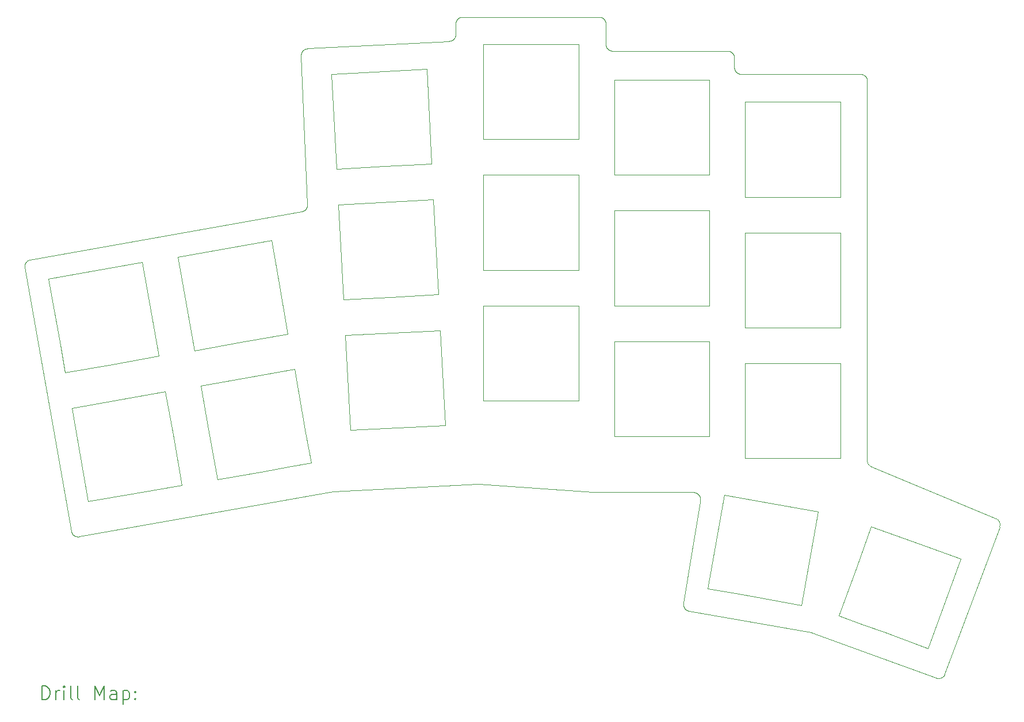
<source format=gbr>
%TF.GenerationSoftware,KiCad,Pcbnew,9.0.7-1.fc43*%
%TF.CreationDate,2026-02-09T14:10:32+11:00*%
%TF.ProjectId,BB36-plate,42423336-2d70-46c6-9174-652e6b696361,rev?*%
%TF.SameCoordinates,Original*%
%TF.FileFunction,Drillmap*%
%TF.FilePolarity,Positive*%
%FSLAX45Y45*%
G04 Gerber Fmt 4.5, Leading zero omitted, Abs format (unit mm)*
G04 Created by KiCad (PCBNEW 9.0.7-1.fc43) date 2026-02-09 14:10:32*
%MOMM*%
%LPD*%
G01*
G04 APERTURE LIST*
%ADD10C,0.050000*%
%ADD11C,0.049999*%
%ADD12C,0.200000*%
G04 APERTURE END LIST*
D10*
X21648327Y-11408050D02*
G75*
G02*
X21703723Y-11535423I-38277J-92380D01*
G01*
X20896319Y-13697090D02*
X21703726Y-11535424D01*
X19814220Y-10648074D02*
G75*
G02*
X19752499Y-10555691I38280J92384D01*
G01*
X19814220Y-10648074D02*
X21648327Y-11408050D01*
D11*
X20768439Y-13756010D02*
X20768448Y-13755999D01*
X17296580Y-11153819D02*
X17296580Y-11153820D01*
X15730098Y-11022419D02*
X15730099Y-11022419D01*
X11890479Y-11013499D02*
X11890479Y-11013501D01*
X8039190Y-11593879D02*
X8039200Y-11593879D01*
X11421889Y-4592330D02*
X11421890Y-4592330D01*
X17896578Y-4862420D02*
X17896576Y-4862420D01*
X14020479Y-10902740D02*
X11902759Y-11012100D01*
X8080352Y-11658442D02*
X8081087Y-11658952D01*
X8081827Y-11659455D01*
X8082571Y-11659951D01*
X8083320Y-11660440D01*
X8084073Y-11660923D01*
X8084830Y-11661399D01*
X8085591Y-11661868D01*
X8086356Y-11662330D01*
X8087125Y-11662786D01*
X8087899Y-11663234D01*
X8088676Y-11663676D01*
X8089457Y-11664110D01*
X8090242Y-11664538D01*
X8091031Y-11664959D01*
X8091824Y-11665372D01*
X8092620Y-11665778D01*
X8093420Y-11666177D01*
X8094223Y-11666570D01*
X8095030Y-11666954D01*
X8095841Y-11667332D01*
X8096654Y-11667702D01*
X8097471Y-11668065D01*
X8098291Y-11668421D01*
X8099115Y-11668770D01*
X8099941Y-11669111D01*
X8100771Y-11669444D01*
X8101603Y-11669770D01*
X8102439Y-11670089D01*
X8103277Y-11670401D01*
X8104118Y-11670704D01*
X8104962Y-11671001D01*
X8105808Y-11671289D01*
X8106657Y-11671571D01*
X8107509Y-11671844D01*
X8108363Y-11672110D01*
X8109219Y-11672368D01*
X8110078Y-11672619D01*
X8110939Y-11672862D01*
X8111802Y-11673097D01*
X8112667Y-11673325D01*
X8113534Y-11673545D01*
X8114403Y-11673757D01*
X8115274Y-11673961D01*
X8116146Y-11674157D01*
X8116583Y-11674253D01*
X8117021Y-11674346D01*
X8117459Y-11674438D01*
X8117897Y-11674527D01*
X8118335Y-11674614D01*
X8118775Y-11674700D01*
X8119214Y-11674783D01*
X8119654Y-11674865D01*
X8120094Y-11674945D01*
X8120534Y-11675022D01*
X8120975Y-11675098D01*
X8121416Y-11675172D01*
X8121858Y-11675243D01*
X8122300Y-11675313D01*
X8122742Y-11675381D01*
X8123184Y-11675447D01*
X8123627Y-11675511D01*
X8124070Y-11675572D01*
X8124513Y-11675632D01*
X8124957Y-11675690D01*
X8125400Y-11675746D01*
X8125844Y-11675800D01*
X8126289Y-11675852D01*
X8126733Y-11675902D01*
X8127178Y-11675950D01*
X8127623Y-11675996D01*
X8128068Y-11676040D01*
X8128513Y-11676082D01*
X8128958Y-11676122D01*
X8129404Y-11676160D01*
X8129850Y-11676196D01*
X8130296Y-11676230D01*
X8130742Y-11676262D01*
X8131188Y-11676292D01*
X8131634Y-11676320D01*
X8132081Y-11676346D01*
X8132527Y-11676370D01*
X8132974Y-11676392D01*
X8133421Y-11676412D01*
X8133868Y-11676430D01*
X8134314Y-11676446D01*
X8134761Y-11676460D01*
X8135208Y-11676472D01*
X8135656Y-11676482D01*
X8136103Y-11676490D01*
X8136550Y-11676496D01*
X8136997Y-11676500D01*
X8137444Y-11676502D01*
X8137891Y-11676502D01*
X8138339Y-11676500D01*
X8138786Y-11676496D01*
X8139233Y-11676490D01*
X8139680Y-11676482D01*
X8140127Y-11676472D01*
X8140574Y-11676460D01*
X8141021Y-11676446D01*
X8141468Y-11676430D01*
X8141915Y-11676412D01*
X8142361Y-11676392D01*
X8142808Y-11676370D01*
X8143255Y-11676346D01*
X8143701Y-11676320D01*
X8144147Y-11676292D01*
X8144594Y-11676262D01*
X8145040Y-11676230D01*
X8145486Y-11676196D01*
X8145931Y-11676160D01*
X8146377Y-11676122D01*
X8146822Y-11676082D01*
X8147268Y-11676040D01*
X8147713Y-11675996D01*
X8148158Y-11675950D01*
X8148602Y-11675902D01*
X8149047Y-11675852D01*
X8149491Y-11675801D01*
X8149935Y-11675747D01*
X8150379Y-11675691D01*
X8150823Y-11675633D01*
X8151266Y-11675573D01*
X8151709Y-11675511D01*
X8152152Y-11675447D01*
X8152595Y-11675382D01*
X8153037Y-11675314D01*
X8153479Y-11675244D01*
X8153921Y-11675172D01*
X8154363Y-11675098D01*
X8155110Y-11674969D01*
X8039200Y-11593879D02*
X8039359Y-11594759D01*
X8039526Y-11595638D01*
X8039701Y-11596515D01*
X8039884Y-11597391D01*
X8040075Y-11598265D01*
X8040273Y-11599136D01*
X8040479Y-11600006D01*
X8040693Y-11600875D01*
X8040915Y-11601741D01*
X8041144Y-11602605D01*
X8041381Y-11603467D01*
X8041626Y-11604326D01*
X8041879Y-11605184D01*
X8042139Y-11606039D01*
X8042407Y-11606892D01*
X8042682Y-11607742D01*
X8042965Y-11608590D01*
X8043255Y-11609436D01*
X8043554Y-11610278D01*
X8043859Y-11611119D01*
X8044172Y-11611956D01*
X8044493Y-11612790D01*
X8044821Y-11613622D01*
X8045157Y-11614451D01*
X8045500Y-11615276D01*
X8045850Y-11616099D01*
X8046208Y-11616918D01*
X8046573Y-11617735D01*
X8046945Y-11618548D01*
X8047324Y-11619357D01*
X8047711Y-11620164D01*
X8048105Y-11620966D01*
X8048506Y-11621766D01*
X8048915Y-11622561D01*
X8049330Y-11623353D01*
X8049753Y-11624142D01*
X8050182Y-11624926D01*
X8050619Y-11625707D01*
X8051062Y-11626483D01*
X8051513Y-11627256D01*
X8051970Y-11628025D01*
X8052435Y-11628789D01*
X8052906Y-11629550D01*
X8053384Y-11630306D01*
X8053625Y-11630682D01*
X8053868Y-11631058D01*
X8054113Y-11631432D01*
X8054359Y-11631805D01*
X8054608Y-11632177D01*
X8054857Y-11632548D01*
X8055109Y-11632918D01*
X8055362Y-11633287D01*
X8055617Y-11633655D01*
X8055873Y-11634021D01*
X8056131Y-11634387D01*
X8056391Y-11634751D01*
X8056652Y-11635114D01*
X8056915Y-11635475D01*
X8057180Y-11635836D01*
X8057446Y-11636196D01*
X8057714Y-11636554D01*
X8057983Y-11636911D01*
X8058254Y-11637267D01*
X8058527Y-11637621D01*
X8058801Y-11637975D01*
X8059077Y-11638327D01*
X8059354Y-11638678D01*
X8059633Y-11639028D01*
X8059913Y-11639376D01*
X8060195Y-11639723D01*
X8060478Y-11640069D01*
X8060764Y-11640414D01*
X8061050Y-11640757D01*
X8061338Y-11641099D01*
X8061628Y-11641440D01*
X8061919Y-11641779D01*
X8062212Y-11642118D01*
X8062506Y-11642454D01*
X8062802Y-11642790D01*
X8063099Y-11643124D01*
X8063397Y-11643457D01*
X8063698Y-11643788D01*
X8063999Y-11644119D01*
X8064302Y-11644447D01*
X8064607Y-11644775D01*
X8064913Y-11645101D01*
X8065220Y-11645426D01*
X8065529Y-11645749D01*
X8065840Y-11646071D01*
X8066151Y-11646392D01*
X8066465Y-11646711D01*
X8066779Y-11647028D01*
X8067095Y-11647345D01*
X8067413Y-11647660D01*
X8067732Y-11647973D01*
X8068052Y-11648285D01*
X8068374Y-11648596D01*
X8068697Y-11648905D01*
X8069021Y-11649213D01*
X8069347Y-11649519D01*
X8069674Y-11649824D01*
X8070003Y-11650127D01*
X8070333Y-11650429D01*
X8070664Y-11650730D01*
X8070997Y-11651028D01*
X8071331Y-11651326D01*
X8071666Y-11651622D01*
X8072003Y-11651916D01*
X8072340Y-11652209D01*
X8072680Y-11652501D01*
X8073020Y-11652791D01*
X8073362Y-11653079D01*
X8073705Y-11653366D01*
X8074050Y-11653651D01*
X8074395Y-11653935D01*
X8074742Y-11654217D01*
X8075091Y-11654498D01*
X8075440Y-11654777D01*
X8075791Y-11655055D01*
X8076143Y-11655331D01*
X8076496Y-11655605D01*
X8076851Y-11655878D01*
X8077207Y-11656149D01*
X8077564Y-11656419D01*
X8077922Y-11656687D01*
X8078281Y-11656954D01*
X8078642Y-11657219D01*
X8079004Y-11657482D01*
X8079367Y-11657744D01*
X8079731Y-11658004D01*
X8080352Y-11658442D01*
X8039190Y-11593879D02*
X7877397Y-10677049D01*
X7353950Y-7710840D01*
X15723060Y-11022169D02*
X14032679Y-10902850D01*
X13696579Y-4277540D02*
X13696579Y-4122420D01*
X19752500Y-4962500D02*
X19752500Y-10555691D01*
X17196580Y-11022419D02*
X15730099Y-11022419D01*
X15935869Y-4493131D02*
X15936504Y-4493761D01*
X15937145Y-4494385D01*
X15937791Y-4495003D01*
X15938443Y-4495615D01*
X15939101Y-4496222D01*
X15939763Y-4496822D01*
X15940431Y-4497416D01*
X15941104Y-4498005D01*
X15941783Y-4498587D01*
X15942466Y-4499164D01*
X15943155Y-4499734D01*
X15943848Y-4500298D01*
X15944547Y-4500855D01*
X15945251Y-4501407D01*
X15945959Y-4501952D01*
X15946672Y-4502491D01*
X15947391Y-4503023D01*
X15948114Y-4503549D01*
X15948841Y-4504068D01*
X15949573Y-4504581D01*
X15950310Y-4505087D01*
X15951051Y-4505587D01*
X15951797Y-4506080D01*
X15952547Y-4506567D01*
X15953302Y-4507046D01*
X15954061Y-4507519D01*
X15954824Y-4507986D01*
X15955591Y-4508445D01*
X15956362Y-4508897D01*
X15957138Y-4509343D01*
X15957917Y-4509782D01*
X15958700Y-4510213D01*
X15959487Y-4510638D01*
X15960278Y-4511056D01*
X15961073Y-4511466D01*
X15961871Y-4511870D01*
X15962673Y-4512266D01*
X15963478Y-4512655D01*
X15964287Y-4513037D01*
X15965100Y-4513412D01*
X15965915Y-4513779D01*
X15966734Y-4514139D01*
X15967556Y-4514492D01*
X15968381Y-4514837D01*
X15968795Y-4515007D01*
X15969210Y-4515175D01*
X15969625Y-4515341D01*
X15970041Y-4515506D01*
X15970458Y-4515668D01*
X15970875Y-4515829D01*
X15971293Y-4515988D01*
X15971712Y-4516145D01*
X15972132Y-4516300D01*
X15972552Y-4516453D01*
X15972973Y-4516604D01*
X15973395Y-4516754D01*
X15973817Y-4516901D01*
X15974240Y-4517047D01*
X15974664Y-4517190D01*
X15975088Y-4517332D01*
X15975513Y-4517472D01*
X15975938Y-4517610D01*
X15976364Y-4517746D01*
X15976791Y-4517880D01*
X15977218Y-4518013D01*
X15977646Y-4518143D01*
X15978074Y-4518272D01*
X15978503Y-4518398D01*
X15978933Y-4518523D01*
X15979363Y-4518645D01*
X15979794Y-4518766D01*
X15980225Y-4518885D01*
X15980657Y-4519002D01*
X15981089Y-4519117D01*
X15981522Y-4519230D01*
X15981955Y-4519341D01*
X15982389Y-4519450D01*
X15982823Y-4519558D01*
X15983258Y-4519663D01*
X15983693Y-4519766D01*
X15984128Y-4519868D01*
X15984564Y-4519967D01*
X15985001Y-4520065D01*
X15985438Y-4520160D01*
X15985875Y-4520254D01*
X15986313Y-4520345D01*
X15986751Y-4520435D01*
X15987189Y-4520523D01*
X15987628Y-4520608D01*
X15988068Y-4520692D01*
X15988507Y-4520774D01*
X15988947Y-4520854D01*
X15989388Y-4520932D01*
X15989829Y-4521008D01*
X15990270Y-4521081D01*
X15990711Y-4521153D01*
X15991153Y-4521223D01*
X15991595Y-4521291D01*
X15992037Y-4521357D01*
X15992480Y-4521421D01*
X15992923Y-4521484D01*
X15993366Y-4521544D01*
X15993809Y-4521602D01*
X15994253Y-4521658D01*
X15994697Y-4521712D01*
X15995141Y-4521764D01*
X15995585Y-4521814D01*
X15996030Y-4521862D01*
X15996475Y-4521909D01*
X15996920Y-4521953D01*
X15997365Y-4521995D01*
X15997811Y-4522035D01*
X15998256Y-4522073D01*
X15998702Y-4522110D01*
X15999148Y-4522144D01*
X15999595Y-4522176D01*
X16000041Y-4522206D01*
X16000487Y-4522234D01*
X16000934Y-4522261D01*
X16001381Y-4522285D01*
X16001828Y-4522307D01*
X16002275Y-4522327D01*
X16002722Y-4522346D01*
X16003169Y-4522362D01*
X16003616Y-4522376D01*
X16004064Y-4522388D01*
X16004511Y-4522399D01*
X16004958Y-4522407D01*
X16005406Y-4522413D01*
X16005854Y-4522417D01*
X16006579Y-4522420D01*
X15906579Y-4422420D02*
X15906583Y-4423315D01*
X15906595Y-4424209D01*
X15906615Y-4425103D01*
X15906643Y-4425997D01*
X15906679Y-4426891D01*
X15906723Y-4427784D01*
X15906775Y-4428677D01*
X15906835Y-4429569D01*
X15906903Y-4430460D01*
X15906979Y-4431351D01*
X15907062Y-4432241D01*
X15907154Y-4433130D01*
X15907254Y-4434019D01*
X15907361Y-4434906D01*
X15907477Y-4435793D01*
X15907600Y-4436678D01*
X15907732Y-4437562D01*
X15907871Y-4438445D01*
X15908018Y-4439327D01*
X15908174Y-4440207D01*
X15908336Y-4441087D01*
X15908507Y-4441964D01*
X15908686Y-4442840D01*
X15908872Y-4443715D01*
X15909067Y-4444587D01*
X15909269Y-4445458D01*
X15909479Y-4446327D01*
X15909696Y-4447195D01*
X15909922Y-4448060D01*
X15910155Y-4448923D01*
X15910396Y-4449785D01*
X15910645Y-4450644D01*
X15910901Y-4451501D01*
X15911165Y-4452355D01*
X15911436Y-4453207D01*
X15911716Y-4454057D01*
X15912002Y-4454904D01*
X15912297Y-4455749D01*
X15912599Y-4456591D01*
X15912908Y-4457430D01*
X15913225Y-4458267D01*
X15913549Y-4459101D01*
X15913881Y-4459931D01*
X15914221Y-4460759D01*
X15914393Y-4461172D01*
X15914567Y-4461584D01*
X15914743Y-4461995D01*
X15914921Y-4462405D01*
X15915101Y-4462815D01*
X15915283Y-4463224D01*
X15915466Y-4463632D01*
X15915651Y-4464039D01*
X15915838Y-4464445D01*
X15916027Y-4464851D01*
X15916218Y-4465255D01*
X15916410Y-4465659D01*
X15916605Y-4466062D01*
X15916801Y-4466464D01*
X15916999Y-4466865D01*
X15917198Y-4467265D01*
X15917400Y-4467665D01*
X15917603Y-4468063D01*
X15917808Y-4468461D01*
X15918015Y-4468857D01*
X15918224Y-4469253D01*
X15918434Y-4469648D01*
X15918646Y-4470042D01*
X15918860Y-4470434D01*
X15919076Y-4470826D01*
X15919293Y-4471217D01*
X15919512Y-4471607D01*
X15919733Y-4471996D01*
X15919956Y-4472384D01*
X15920180Y-4472771D01*
X15920406Y-4473157D01*
X15920634Y-4473542D01*
X15920863Y-4473926D01*
X15921094Y-4474309D01*
X15921327Y-4474690D01*
X15921562Y-4475071D01*
X15921798Y-4475451D01*
X15922036Y-4475829D01*
X15922276Y-4476207D01*
X15922517Y-4476584D01*
X15922760Y-4476959D01*
X15923005Y-4477333D01*
X15923252Y-4477706D01*
X15923500Y-4478079D01*
X15923749Y-4478450D01*
X15924001Y-4478819D01*
X15924254Y-4479188D01*
X15924509Y-4479556D01*
X15924765Y-4479922D01*
X15925023Y-4480288D01*
X15925282Y-4480652D01*
X15925544Y-4481015D01*
X15925807Y-4481377D01*
X15926071Y-4481737D01*
X15926337Y-4482097D01*
X15926605Y-4482455D01*
X15926874Y-4482812D01*
X15927145Y-4483168D01*
X15927417Y-4483522D01*
X15927692Y-4483876D01*
X15927967Y-4484228D01*
X15928244Y-4484579D01*
X15928523Y-4484929D01*
X15928804Y-4485277D01*
X15929085Y-4485624D01*
X15929369Y-4485970D01*
X15929654Y-4486315D01*
X15929941Y-4486659D01*
X15930229Y-4487001D01*
X15930518Y-4487342D01*
X15930809Y-4487681D01*
X15931102Y-4488019D01*
X15931396Y-4488356D01*
X15931692Y-4488692D01*
X15931989Y-4489026D01*
X15932288Y-4489359D01*
X15932588Y-4489691D01*
X15932890Y-4490022D01*
X15933193Y-4490350D01*
X15933498Y-4490678D01*
X15933804Y-4491005D01*
X15934112Y-4491330D01*
X15934421Y-4491653D01*
X15934732Y-4491975D01*
X15935044Y-4492296D01*
X15935357Y-4492616D01*
X15935869Y-4493131D01*
X11890479Y-11013499D02*
X8155110Y-11674969D01*
X11516499Y-4487160D02*
X12562588Y-4432105D01*
X13601839Y-4377410D01*
X19723211Y-4891789D02*
X19722575Y-4891159D01*
X19721934Y-4890536D01*
X19721288Y-4889917D01*
X19720636Y-4889305D01*
X19719979Y-4888699D01*
X19719317Y-4888098D01*
X19718649Y-4887504D01*
X19717976Y-4886915D01*
X19717297Y-4886333D01*
X19716614Y-4885757D01*
X19715925Y-4885187D01*
X19715232Y-4884623D01*
X19714533Y-4884065D01*
X19713829Y-4883514D01*
X19713121Y-4882969D01*
X19712408Y-4882430D01*
X19711689Y-4881898D01*
X19710967Y-4881372D01*
X19710239Y-4880852D01*
X19709507Y-4880339D01*
X19708770Y-4879833D01*
X19708029Y-4879333D01*
X19707283Y-4878840D01*
X19706533Y-4878354D01*
X19705778Y-4877874D01*
X19705020Y-4877401D01*
X19704257Y-4876935D01*
X19703489Y-4876476D01*
X19702718Y-4876023D01*
X19701943Y-4875578D01*
X19701163Y-4875139D01*
X19700380Y-4874707D01*
X19699593Y-4874283D01*
X19698802Y-4873865D01*
X19698008Y-4873454D01*
X19697209Y-4873051D01*
X19696408Y-4872655D01*
X19695602Y-4872266D01*
X19694793Y-4871884D01*
X19693981Y-4871509D01*
X19693165Y-4871142D01*
X19692346Y-4870781D01*
X19691524Y-4870429D01*
X19690699Y-4870083D01*
X19690285Y-4869913D01*
X19689871Y-4869745D01*
X19689456Y-4869579D01*
X19689040Y-4869415D01*
X19688623Y-4869252D01*
X19688205Y-4869092D01*
X19687787Y-4868933D01*
X19687368Y-4868776D01*
X19686949Y-4868621D01*
X19686529Y-4868468D01*
X19686108Y-4868316D01*
X19685686Y-4868167D01*
X19685264Y-4868019D01*
X19684841Y-4867874D01*
X19684417Y-4867730D01*
X19683993Y-4867588D01*
X19683568Y-4867448D01*
X19683143Y-4867310D01*
X19682716Y-4867174D01*
X19682290Y-4867040D01*
X19681863Y-4866908D01*
X19681435Y-4866777D01*
X19681006Y-4866649D01*
X19680577Y-4866522D01*
X19680148Y-4866398D01*
X19679717Y-4866275D01*
X19679287Y-4866154D01*
X19678856Y-4866035D01*
X19678424Y-4865918D01*
X19677992Y-4865803D01*
X19677559Y-4865690D01*
X19677126Y-4865579D01*
X19676692Y-4865470D01*
X19676258Y-4865363D01*
X19675823Y-4865258D01*
X19675388Y-4865154D01*
X19674952Y-4865053D01*
X19674516Y-4864953D01*
X19674080Y-4864856D01*
X19673643Y-4864760D01*
X19673206Y-4864667D01*
X19672768Y-4864575D01*
X19672330Y-4864485D01*
X19671891Y-4864398D01*
X19671452Y-4864312D01*
X19671013Y-4864228D01*
X19670573Y-4864146D01*
X19670133Y-4864066D01*
X19669693Y-4863989D01*
X19669252Y-4863913D01*
X19668811Y-4863839D01*
X19668370Y-4863767D01*
X19667928Y-4863697D01*
X19667486Y-4863629D01*
X19667044Y-4863563D01*
X19666601Y-4863499D01*
X19666158Y-4863437D01*
X19665715Y-4863377D01*
X19665271Y-4863319D01*
X19664828Y-4863262D01*
X19664384Y-4863208D01*
X19663939Y-4863156D01*
X19663495Y-4863106D01*
X19663050Y-4863058D01*
X19662606Y-4863012D01*
X19662160Y-4862967D01*
X19661715Y-4862925D01*
X19661270Y-4862885D01*
X19660824Y-4862847D01*
X19660378Y-4862811D01*
X19659932Y-4862776D01*
X19659486Y-4862744D01*
X19659040Y-4862714D01*
X19658593Y-4862686D01*
X19658147Y-4862659D01*
X19657700Y-4862635D01*
X19657253Y-4862613D01*
X19656806Y-4862593D01*
X19656359Y-4862574D01*
X19655912Y-4862558D01*
X19655464Y-4862544D01*
X19655017Y-4862532D01*
X19654570Y-4862521D01*
X19654122Y-4862513D01*
X19653674Y-4862507D01*
X19653227Y-4862503D01*
X19652500Y-4862500D01*
X19752500Y-4962500D02*
X19752496Y-4961605D01*
X19752484Y-4960711D01*
X19752464Y-4959817D01*
X19752436Y-4958923D01*
X19752400Y-4958029D01*
X19752356Y-4957136D01*
X19752304Y-4956244D01*
X19752244Y-4955352D01*
X19752177Y-4954460D01*
X19752101Y-4953569D01*
X19752017Y-4952679D01*
X19751925Y-4951790D01*
X19751825Y-4950902D01*
X19751718Y-4950014D01*
X19751602Y-4949128D01*
X19751479Y-4948242D01*
X19751347Y-4947358D01*
X19751208Y-4946475D01*
X19751061Y-4945593D01*
X19750906Y-4944713D01*
X19750743Y-4943834D01*
X19750572Y-4942956D01*
X19750393Y-4942080D01*
X19750207Y-4941206D01*
X19750013Y-4940333D01*
X19749810Y-4939462D01*
X19749600Y-4938593D01*
X19749383Y-4937726D01*
X19749157Y-4936860D01*
X19748924Y-4935997D01*
X19748683Y-4935136D01*
X19748435Y-4934277D01*
X19748178Y-4933420D01*
X19747914Y-4932565D01*
X19747643Y-4931713D01*
X19747364Y-4930863D01*
X19747077Y-4930016D01*
X19746782Y-4929171D01*
X19746481Y-4928329D01*
X19746171Y-4927490D01*
X19745854Y-4926654D01*
X19745530Y-4925820D01*
X19745198Y-4924989D01*
X19744859Y-4924161D01*
X19744686Y-4923749D01*
X19744512Y-4923337D01*
X19744336Y-4922925D01*
X19744158Y-4922515D01*
X19743978Y-4922105D01*
X19743796Y-4921697D01*
X19743613Y-4921289D01*
X19743428Y-4920881D01*
X19743241Y-4920475D01*
X19743052Y-4920070D01*
X19742861Y-4919665D01*
X19742669Y-4919261D01*
X19742474Y-4918858D01*
X19742278Y-4918456D01*
X19742080Y-4918055D01*
X19741881Y-4917655D01*
X19741679Y-4917256D01*
X19741476Y-4916857D01*
X19741271Y-4916460D01*
X19741064Y-4916063D01*
X19740855Y-4915667D01*
X19740645Y-4915272D01*
X19740433Y-4914879D01*
X19740219Y-4914486D01*
X19740003Y-4914094D01*
X19739786Y-4913703D01*
X19739567Y-4913313D01*
X19739346Y-4912924D01*
X19739123Y-4912536D01*
X19738899Y-4912149D01*
X19738673Y-4911763D01*
X19738445Y-4911378D01*
X19738216Y-4910994D01*
X19737985Y-4910612D01*
X19737752Y-4910230D01*
X19737517Y-4909849D01*
X19737281Y-4909469D01*
X19737043Y-4909091D01*
X19736803Y-4908713D01*
X19736562Y-4908336D01*
X19736319Y-4907961D01*
X19736074Y-4907587D01*
X19735827Y-4907214D01*
X19735579Y-4906841D01*
X19735330Y-4906470D01*
X19735078Y-4906100D01*
X19734825Y-4905732D01*
X19734570Y-4905364D01*
X19734314Y-4904998D01*
X19734056Y-4904632D01*
X19733796Y-4904268D01*
X19733535Y-4903905D01*
X19733272Y-4903543D01*
X19733008Y-4903183D01*
X19732742Y-4902823D01*
X19732474Y-4902465D01*
X19732205Y-4902108D01*
X19731934Y-4901752D01*
X19731661Y-4901397D01*
X19731387Y-4901044D01*
X19731112Y-4900692D01*
X19730834Y-4900341D01*
X19730556Y-4899991D01*
X19730275Y-4899643D01*
X19729993Y-4899295D01*
X19729710Y-4898949D01*
X19729425Y-4898605D01*
X19729138Y-4898261D01*
X19728850Y-4897919D01*
X19728560Y-4897578D01*
X19728269Y-4897239D01*
X19727977Y-4896900D01*
X19727682Y-4896563D01*
X19727387Y-4896228D01*
X19727089Y-4895893D01*
X19726791Y-4895560D01*
X19726490Y-4895228D01*
X19726189Y-4894898D01*
X19725885Y-4894569D01*
X19725581Y-4894241D01*
X19725274Y-4893915D01*
X19724967Y-4893590D01*
X19724658Y-4893266D01*
X19724347Y-4892944D01*
X19724035Y-4892623D01*
X19723721Y-4892304D01*
X19723211Y-4891789D01*
X16006579Y-4522420D02*
X17696580Y-4522420D01*
X15877290Y-4051709D02*
X15876655Y-4051079D01*
X15876014Y-4050455D01*
X15875367Y-4049837D01*
X15874715Y-4049225D01*
X15874058Y-4048619D01*
X15873395Y-4048018D01*
X15872728Y-4047424D01*
X15872054Y-4046835D01*
X15871376Y-4046253D01*
X15870693Y-4045677D01*
X15870004Y-4045106D01*
X15869310Y-4044542D01*
X15868612Y-4043985D01*
X15867908Y-4043433D01*
X15867199Y-4042888D01*
X15866486Y-4042350D01*
X15865768Y-4041817D01*
X15865045Y-4041291D01*
X15864317Y-4040772D01*
X15863585Y-4040259D01*
X15862848Y-4039753D01*
X15862107Y-4039253D01*
X15861361Y-4038760D01*
X15860611Y-4038273D01*
X15859857Y-4037794D01*
X15859098Y-4037321D01*
X15858335Y-4036855D01*
X15857568Y-4036395D01*
X15856796Y-4035943D01*
X15856021Y-4035497D01*
X15855242Y-4035058D01*
X15854458Y-4034627D01*
X15853671Y-4034202D01*
X15852880Y-4033784D01*
X15852086Y-4033374D01*
X15851287Y-4032970D01*
X15850485Y-4032574D01*
X15849680Y-4032185D01*
X15848871Y-4031803D01*
X15848059Y-4031428D01*
X15847243Y-4031061D01*
X15846424Y-4030701D01*
X15845602Y-4030348D01*
X15844777Y-4030003D01*
X15844363Y-4029833D01*
X15843949Y-4029665D01*
X15843534Y-4029499D01*
X15843118Y-4029334D01*
X15842701Y-4029172D01*
X15842283Y-4029011D01*
X15841865Y-4028852D01*
X15841446Y-4028695D01*
X15841027Y-4028540D01*
X15840606Y-4028387D01*
X15840185Y-4028236D01*
X15839764Y-4028087D01*
X15839342Y-4027939D01*
X15838919Y-4027793D01*
X15838495Y-4027650D01*
X15838071Y-4027508D01*
X15837646Y-4027368D01*
X15837220Y-4027230D01*
X15836794Y-4027094D01*
X15836368Y-4026960D01*
X15835940Y-4026827D01*
X15835513Y-4026697D01*
X15835084Y-4026568D01*
X15834655Y-4026442D01*
X15834226Y-4026317D01*
X15833795Y-4026195D01*
X15833365Y-4026074D01*
X15832934Y-4025955D01*
X15832502Y-4025838D01*
X15832070Y-4025723D01*
X15831637Y-4025610D01*
X15831204Y-4025499D01*
X15830770Y-4025390D01*
X15830336Y-4025282D01*
X15829901Y-4025177D01*
X15829466Y-4025074D01*
X15829030Y-4024972D01*
X15828594Y-4024873D01*
X15828158Y-4024775D01*
X15827721Y-4024680D01*
X15827283Y-4024586D01*
X15826846Y-4024495D01*
X15826408Y-4024405D01*
X15825969Y-4024317D01*
X15825530Y-4024232D01*
X15825091Y-4024148D01*
X15824651Y-4024066D01*
X15824211Y-4023986D01*
X15823771Y-4023908D01*
X15823330Y-4023832D01*
X15822889Y-4023759D01*
X15822448Y-4023687D01*
X15822006Y-4023617D01*
X15821564Y-4023549D01*
X15821122Y-4023483D01*
X15820679Y-4023419D01*
X15820236Y-4023356D01*
X15819793Y-4023296D01*
X15819349Y-4023238D01*
X15818906Y-4023182D01*
X15818462Y-4023128D01*
X15818017Y-4023076D01*
X15817573Y-4023026D01*
X15817128Y-4022978D01*
X15816684Y-4022931D01*
X15816238Y-4022887D01*
X15815793Y-4022845D01*
X15815348Y-4022805D01*
X15814902Y-4022767D01*
X15814456Y-4022730D01*
X15814010Y-4022696D01*
X15813564Y-4022664D01*
X15813118Y-4022634D01*
X15812671Y-4022606D01*
X15812225Y-4022579D01*
X15811778Y-4022555D01*
X15811331Y-4022533D01*
X15810884Y-4022513D01*
X15810437Y-4022494D01*
X15809990Y-4022478D01*
X15809542Y-4022464D01*
X15809095Y-4022452D01*
X15808648Y-4022441D01*
X15808200Y-4022433D01*
X15807753Y-4022427D01*
X15807305Y-4022423D01*
X15806579Y-4022420D01*
X15906579Y-4122420D02*
X15906575Y-4121525D01*
X15906563Y-4120631D01*
X15906543Y-4119737D01*
X15906515Y-4118843D01*
X15906479Y-4117949D01*
X15906435Y-4117056D01*
X15906384Y-4116163D01*
X15906324Y-4115271D01*
X15906256Y-4114380D01*
X15906180Y-4113489D01*
X15906096Y-4112599D01*
X15906004Y-4111710D01*
X15905905Y-4110821D01*
X15905797Y-4109934D01*
X15905681Y-4109047D01*
X15905558Y-4108162D01*
X15905427Y-4107278D01*
X15905287Y-4106395D01*
X15905140Y-4105513D01*
X15904985Y-4104632D01*
X15904822Y-4103753D01*
X15904651Y-4102876D01*
X15904473Y-4102000D01*
X15904286Y-4101125D01*
X15904092Y-4100253D01*
X15903890Y-4099382D01*
X15903680Y-4098512D01*
X15903462Y-4097645D01*
X15903237Y-4096780D01*
X15903003Y-4095916D01*
X15902763Y-4095055D01*
X15902514Y-4094196D01*
X15902258Y-4093339D01*
X15901994Y-4092485D01*
X15901722Y-4091633D01*
X15901443Y-4090783D01*
X15901156Y-4089936D01*
X15900862Y-4089091D01*
X15900560Y-4088249D01*
X15900250Y-4087410D01*
X15899933Y-4086573D01*
X15899609Y-4085739D01*
X15899277Y-4084909D01*
X15898938Y-4084081D01*
X15898766Y-4083668D01*
X15898591Y-4083256D01*
X15898415Y-4082845D01*
X15898237Y-4082435D01*
X15898057Y-4082025D01*
X15897876Y-4081616D01*
X15897692Y-4081208D01*
X15897507Y-4080801D01*
X15897320Y-4080395D01*
X15897131Y-4079989D01*
X15896941Y-4079585D01*
X15896748Y-4079181D01*
X15896554Y-4078778D01*
X15896358Y-4078376D01*
X15896160Y-4077975D01*
X15895960Y-4077575D01*
X15895759Y-4077175D01*
X15895555Y-4076777D01*
X15895350Y-4076379D01*
X15895143Y-4075983D01*
X15894935Y-4075587D01*
X15894725Y-4075192D01*
X15894512Y-4074798D01*
X15894299Y-4074406D01*
X15894083Y-4074014D01*
X15893866Y-4073623D01*
X15893646Y-4073233D01*
X15893426Y-4072844D01*
X15893203Y-4072456D01*
X15892979Y-4072069D01*
X15892753Y-4071683D01*
X15892525Y-4071298D01*
X15892295Y-4070914D01*
X15892064Y-4070531D01*
X15891831Y-4070150D01*
X15891597Y-4069769D01*
X15891360Y-4069389D01*
X15891122Y-4069011D01*
X15890883Y-4068633D01*
X15890641Y-4068256D01*
X15890398Y-4067881D01*
X15890153Y-4067507D01*
X15889907Y-4067134D01*
X15889659Y-4066761D01*
X15889409Y-4066390D01*
X15889158Y-4066021D01*
X15888905Y-4065652D01*
X15888650Y-4065284D01*
X15888394Y-4064918D01*
X15888136Y-4064552D01*
X15887876Y-4064188D01*
X15887615Y-4063825D01*
X15887352Y-4063464D01*
X15887088Y-4063103D01*
X15886821Y-4062743D01*
X15886554Y-4062385D01*
X15886285Y-4062028D01*
X15886014Y-4061672D01*
X15885741Y-4061318D01*
X15885467Y-4060964D01*
X15885191Y-4060612D01*
X15884914Y-4060261D01*
X15884635Y-4059911D01*
X15884355Y-4059563D01*
X15884073Y-4059216D01*
X15883790Y-4058870D01*
X15883505Y-4058525D01*
X15883218Y-4058182D01*
X15882930Y-4057839D01*
X15882640Y-4057499D01*
X15882349Y-4057159D01*
X15882056Y-4056821D01*
X15881762Y-4056484D01*
X15881466Y-4056148D01*
X15881169Y-4055814D01*
X15880870Y-4055481D01*
X15880570Y-4055149D01*
X15880268Y-4054819D01*
X15879965Y-4054490D01*
X15879660Y-4054162D01*
X15879354Y-4053836D01*
X15879047Y-4053510D01*
X15878737Y-4053187D01*
X15878427Y-4052865D01*
X15878115Y-4052544D01*
X15877801Y-4052224D01*
X15877290Y-4051709D01*
X17051109Y-12656639D02*
X17050959Y-12657529D01*
X17050817Y-12658420D01*
X17050682Y-12659312D01*
X17050556Y-12660203D01*
X17050438Y-12661095D01*
X17050328Y-12661988D01*
X17050226Y-12662880D01*
X17050132Y-12663773D01*
X17050046Y-12664666D01*
X17049968Y-12665560D01*
X17049897Y-12666453D01*
X17049835Y-12667346D01*
X17049781Y-12668240D01*
X17049735Y-12669133D01*
X17049697Y-12670026D01*
X17049667Y-12670919D01*
X17049645Y-12671812D01*
X17049631Y-12672705D01*
X17049625Y-12673598D01*
X17049627Y-12674490D01*
X17049637Y-12675382D01*
X17049655Y-12676274D01*
X17049681Y-12677165D01*
X17049714Y-12678055D01*
X17049756Y-12678946D01*
X17049806Y-12679835D01*
X17049864Y-12680724D01*
X17049930Y-12681612D01*
X17050003Y-12682500D01*
X17050085Y-12683387D01*
X17050175Y-12684273D01*
X17050272Y-12685158D01*
X17050378Y-12686042D01*
X17050491Y-12686925D01*
X17050612Y-12687807D01*
X17050742Y-12688688D01*
X17050879Y-12689568D01*
X17051024Y-12690447D01*
X17051177Y-12691324D01*
X17051338Y-12692200D01*
X17051506Y-12693075D01*
X17051683Y-12693948D01*
X17051867Y-12694820D01*
X17052060Y-12695690D01*
X17052260Y-12696559D01*
X17052468Y-12697425D01*
X17052683Y-12698290D01*
X17052907Y-12699154D01*
X17053138Y-12700015D01*
X17053377Y-12700874D01*
X17053624Y-12701732D01*
X17053878Y-12702587D01*
X17054140Y-12703440D01*
X17054410Y-12704291D01*
X17054688Y-12705140D01*
X17054973Y-12705986D01*
X17055266Y-12706830D01*
X17055566Y-12707672D01*
X17055874Y-12708510D01*
X17056190Y-12709347D01*
X17056513Y-12710180D01*
X17056843Y-12711011D01*
X17057181Y-12711839D01*
X17057527Y-12712665D01*
X17057880Y-12713487D01*
X17058240Y-12714306D01*
X17058608Y-12715122D01*
X17058983Y-12715935D01*
X17059365Y-12716745D01*
X17059755Y-12717551D01*
X17060152Y-12718354D01*
X17060556Y-12719154D01*
X17060967Y-12719950D01*
X17061386Y-12720742D01*
X17061811Y-12721531D01*
X17062244Y-12722316D01*
X17062684Y-12723097D01*
X17063131Y-12723875D01*
X17063584Y-12724648D01*
X17064045Y-12725418D01*
X17064512Y-12726183D01*
X17064987Y-12726944D01*
X17065468Y-12727702D01*
X17065956Y-12728454D01*
X17066450Y-12729203D01*
X17066952Y-12729947D01*
X17067459Y-12730686D01*
X17067974Y-12731421D01*
X17068234Y-12731787D01*
X17068495Y-12732152D01*
X17068758Y-12732515D01*
X17069023Y-12732878D01*
X17069289Y-12733239D01*
X17069557Y-12733599D01*
X17069826Y-12733957D01*
X17070097Y-12734315D01*
X17070369Y-12734671D01*
X17070644Y-12735026D01*
X17070919Y-12735380D01*
X17071197Y-12735733D01*
X17071475Y-12736084D01*
X17071756Y-12736434D01*
X17072038Y-12736783D01*
X17072321Y-12737130D01*
X17072606Y-12737477D01*
X17072893Y-12737822D01*
X17073181Y-12738165D01*
X17073471Y-12738508D01*
X17073762Y-12738849D01*
X17074054Y-12739188D01*
X17074349Y-12739527D01*
X17074644Y-12739864D01*
X17074941Y-12740200D01*
X17075240Y-12740534D01*
X17075540Y-12740867D01*
X17075842Y-12741199D01*
X17076144Y-12741529D01*
X17076449Y-12741858D01*
X17076755Y-12742186D01*
X17077062Y-12742512D01*
X17077371Y-12742836D01*
X17077681Y-12743160D01*
X17077993Y-12743482D01*
X17078306Y-12743802D01*
X17078620Y-12744121D01*
X17078936Y-12744439D01*
X17079253Y-12744755D01*
X17079572Y-12745070D01*
X17079892Y-12745383D01*
X17080213Y-12745695D01*
X17080536Y-12746006D01*
X17080860Y-12746315D01*
X17081185Y-12746622D01*
X17081512Y-12746928D01*
X17081840Y-12747233D01*
X17082169Y-12747536D01*
X17082500Y-12747837D01*
X17082832Y-12748137D01*
X17083165Y-12748435D01*
X17083500Y-12748732D01*
X17083836Y-12749028D01*
X17084173Y-12749322D01*
X17084512Y-12749614D01*
X17084852Y-12749905D01*
X17085193Y-12750194D01*
X17085535Y-12750482D01*
X17085879Y-12750768D01*
X17086223Y-12751052D01*
X17086569Y-12751335D01*
X17086917Y-12751617D01*
X17087265Y-12751897D01*
X17087615Y-12752175D01*
X17087966Y-12752451D01*
X17088318Y-12752727D01*
X17088671Y-12753000D01*
X17089026Y-12753272D01*
X17089381Y-12753542D01*
X17089738Y-12753811D01*
X17090096Y-12754077D01*
X17090456Y-12754343D01*
X17090816Y-12754606D01*
X17091177Y-12754868D01*
X17091540Y-12755129D01*
X17091904Y-12755388D01*
X17092269Y-12755645D01*
X17092635Y-12755900D01*
X17093002Y-12756154D01*
X17093370Y-12756406D01*
X17093739Y-12756656D01*
X17094110Y-12756905D01*
X17094481Y-12757152D01*
X17094854Y-12757398D01*
X17095227Y-12757641D01*
X17095602Y-12757883D01*
X17095978Y-12758123D01*
X17096355Y-12758362D01*
X17096732Y-12758599D01*
X17097111Y-12758834D01*
X17097491Y-12759067D01*
X17097872Y-12759299D01*
X17098254Y-12759529D01*
X17098637Y-12759757D01*
X17099021Y-12759984D01*
X17099406Y-12760209D01*
X17099792Y-12760432D01*
X17100179Y-12760653D01*
X17100567Y-12760873D01*
X17100956Y-12761090D01*
X17101345Y-12761306D01*
X17101736Y-12761521D01*
X17102128Y-12761733D01*
X17102521Y-12761944D01*
X17102914Y-12762153D01*
X17103309Y-12762360D01*
X17103704Y-12762566D01*
X17104101Y-12762769D01*
X17104498Y-12762971D01*
X17104896Y-12763171D01*
X17105295Y-12763370D01*
X17105696Y-12763566D01*
X17106096Y-12763761D01*
X17106498Y-12763954D01*
X17106901Y-12764145D01*
X17107305Y-12764334D01*
X17107709Y-12764522D01*
X17108114Y-12764707D01*
X17108520Y-12764891D01*
X17108927Y-12765073D01*
X17109335Y-12765254D01*
X17109744Y-12765432D01*
X17110153Y-12765609D01*
X17110563Y-12765784D01*
X17110974Y-12765957D01*
X17111386Y-12766128D01*
X17111799Y-12766297D01*
X17112213Y-12766464D01*
X17112627Y-12766630D01*
X17113042Y-12766794D01*
X17113458Y-12766956D01*
X17113875Y-12767116D01*
X17114292Y-12767274D01*
X17114710Y-12767431D01*
X17115129Y-12767585D01*
X17115549Y-12767738D01*
X17115969Y-12767889D01*
X17116391Y-12768038D01*
X17116812Y-12768185D01*
X17117235Y-12768330D01*
X17117658Y-12768473D01*
X17118083Y-12768615D01*
X17118507Y-12768754D01*
X17118933Y-12768892D01*
X17119359Y-12769028D01*
X17119786Y-12769162D01*
X17120214Y-12769294D01*
X17120642Y-12769424D01*
X17121071Y-12769553D01*
X17121501Y-12769679D01*
X17121931Y-12769804D01*
X17122363Y-12769927D01*
X17122794Y-12770047D01*
X17123227Y-12770166D01*
X17123660Y-12770283D01*
X17124094Y-12770398D01*
X17124528Y-12770512D01*
X17124963Y-12770623D01*
X17125399Y-12770732D01*
X17125835Y-12770840D01*
X17126272Y-12770946D01*
X17126710Y-12771049D01*
X17127148Y-12771151D01*
X17127587Y-12771251D01*
X17128026Y-12771349D01*
X17128466Y-12771445D01*
X17128907Y-12771539D01*
X17129348Y-12771631D01*
X17129790Y-12771722D01*
X17130232Y-12771810D01*
X17130675Y-12771896D01*
X17131119Y-12771981D01*
X17131563Y-12772063D01*
X17132008Y-12772144D01*
X17132319Y-12772199D01*
X11429450Y-6887840D02*
X11430336Y-6887679D01*
X11431220Y-6887510D01*
X11432102Y-6887334D01*
X11432981Y-6887150D01*
X11433859Y-6886958D01*
X11434734Y-6886759D01*
X11435606Y-6886552D01*
X11436477Y-6886338D01*
X11437345Y-6886115D01*
X11438210Y-6885885D01*
X11439073Y-6885648D01*
X11439934Y-6885403D01*
X11440792Y-6885150D01*
X11441647Y-6884890D01*
X11442499Y-6884622D01*
X11443349Y-6884347D01*
X11444196Y-6884064D01*
X11445041Y-6883774D01*
X11445882Y-6883476D01*
X11446721Y-6883171D01*
X11447556Y-6882858D01*
X11448389Y-6882538D01*
X11449218Y-6882211D01*
X11450045Y-6881876D01*
X11450868Y-6881534D01*
X11451688Y-6881184D01*
X11452505Y-6880828D01*
X11453319Y-6880464D01*
X11454129Y-6880092D01*
X11454936Y-6879714D01*
X11455740Y-6879328D01*
X11456540Y-6878935D01*
X11457336Y-6878535D01*
X11458129Y-6878127D01*
X11458919Y-6877713D01*
X11459704Y-6877291D01*
X11460486Y-6876863D01*
X11461264Y-6876427D01*
X11462038Y-6875985D01*
X11462808Y-6875535D01*
X11463575Y-6875079D01*
X11464337Y-6874615D01*
X11465095Y-6874145D01*
X11465849Y-6873668D01*
X11466599Y-6873184D01*
X11467344Y-6872693D01*
X11468086Y-6872196D01*
X11468822Y-6871692D01*
X11469555Y-6871181D01*
X11470283Y-6870664D01*
X11471006Y-6870140D01*
X11471725Y-6869609D01*
X11472439Y-6869072D01*
X11473149Y-6868529D01*
X11473853Y-6867979D01*
X11474553Y-6867423D01*
X11475248Y-6866860D01*
X11475938Y-6866291D01*
X11476623Y-6865716D01*
X11477303Y-6865135D01*
X11477978Y-6864547D01*
X11478648Y-6863954D01*
X11479312Y-6863354D01*
X11479971Y-6862748D01*
X11480625Y-6862137D01*
X11481273Y-6861519D01*
X11481916Y-6860896D01*
X11482554Y-6860267D01*
X11483185Y-6859632D01*
X11483812Y-6858992D01*
X11484432Y-6858346D01*
X11485047Y-6857694D01*
X11485656Y-6857037D01*
X11486259Y-6856374D01*
X11486857Y-6855706D01*
X11487448Y-6855032D01*
X11488033Y-6854354D01*
X11488612Y-6853670D01*
X11489186Y-6852981D01*
X11489753Y-6852286D01*
X11490313Y-6851587D01*
X11490591Y-6851236D01*
X11490868Y-6850883D01*
X11491143Y-6850529D01*
X11491416Y-6850174D01*
X11491688Y-6849817D01*
X11491958Y-6849460D01*
X11492227Y-6849101D01*
X11492494Y-6848741D01*
X11492759Y-6848380D01*
X11493023Y-6848017D01*
X11493285Y-6847654D01*
X11493545Y-6847289D01*
X11493804Y-6846923D01*
X11494061Y-6846556D01*
X11494317Y-6846188D01*
X11494571Y-6845819D01*
X11494823Y-6845448D01*
X11495073Y-6845077D01*
X11495322Y-6844704D01*
X11495569Y-6844330D01*
X11495815Y-6843956D01*
X11496059Y-6843580D01*
X11496301Y-6843203D01*
X11496541Y-6842825D01*
X11496780Y-6842446D01*
X11497017Y-6842066D01*
X11497253Y-6841685D01*
X11497486Y-6841302D01*
X11497718Y-6840919D01*
X11497948Y-6840535D01*
X11498177Y-6840150D01*
X11498404Y-6839764D01*
X11498629Y-6839376D01*
X11498852Y-6838988D01*
X11499073Y-6838599D01*
X11499293Y-6838209D01*
X11499511Y-6837818D01*
X11499727Y-6837426D01*
X11499942Y-6837033D01*
X11500154Y-6836639D01*
X11500365Y-6836244D01*
X11500574Y-6835849D01*
X11500782Y-6835452D01*
X11500987Y-6835055D01*
X11501191Y-6834656D01*
X11501393Y-6834257D01*
X11501593Y-6833857D01*
X11501791Y-6833456D01*
X11501988Y-6833054D01*
X11502183Y-6832651D01*
X11502376Y-6832248D01*
X11502567Y-6831843D01*
X11502756Y-6831438D01*
X11502943Y-6831032D01*
X11503129Y-6830625D01*
X11503313Y-6830218D01*
X11503495Y-6829809D01*
X11503675Y-6829400D01*
X11503853Y-6828990D01*
X11504029Y-6828579D01*
X11504204Y-6828168D01*
X11504376Y-6827756D01*
X11504547Y-6827343D01*
X11504716Y-6826929D01*
X11504883Y-6826515D01*
X11505048Y-6826100D01*
X11505212Y-6825684D01*
X11505373Y-6825267D01*
X11505533Y-6824850D01*
X11505690Y-6824432D01*
X11505846Y-6824014D01*
X11506000Y-6823594D01*
X11506152Y-6823175D01*
X11506302Y-6822754D01*
X11506451Y-6822333D01*
X11506597Y-6821911D01*
X11506741Y-6821489D01*
X11506884Y-6821065D01*
X11507025Y-6820642D01*
X11507163Y-6820217D01*
X11507300Y-6819793D01*
X11507435Y-6819367D01*
X11507568Y-6818941D01*
X11507699Y-6818514D01*
X11507828Y-6818087D01*
X11507955Y-6817660D01*
X11508081Y-6817231D01*
X11508204Y-6816802D01*
X11508326Y-6816373D01*
X11508445Y-6815943D01*
X11508563Y-6815513D01*
X11508678Y-6815082D01*
X11508792Y-6814651D01*
X11508904Y-6814219D01*
X11509014Y-6813786D01*
X11509121Y-6813353D01*
X11509227Y-6812920D01*
X11509331Y-6812486D01*
X11509433Y-6812052D01*
X11509533Y-6811617D01*
X11509632Y-6811182D01*
X11509728Y-6810746D01*
X11509822Y-6810310D01*
X11509914Y-6809874D01*
X11510005Y-6809437D01*
X11510093Y-6809000D01*
X11510179Y-6808562D01*
X11510264Y-6808124D01*
X11510346Y-6807685D01*
X11510427Y-6807246D01*
X11510505Y-6806807D01*
X11510582Y-6806367D01*
X11510656Y-6805928D01*
X11510729Y-6805487D01*
X11510800Y-6805047D01*
X11510868Y-6804605D01*
X11510935Y-6804164D01*
X11511000Y-6803722D01*
X11511063Y-6803280D01*
X11511123Y-6802838D01*
X11511182Y-6802395D01*
X11511239Y-6801952D01*
X11511294Y-6801509D01*
X11511347Y-6801066D01*
X11511398Y-6800622D01*
X11511447Y-6800178D01*
X11511493Y-6799733D01*
X11511538Y-6799289D01*
X11511581Y-6798844D01*
X11511622Y-6798399D01*
X11511661Y-6797953D01*
X11511698Y-6797508D01*
X11511733Y-6797062D01*
X11511766Y-6796616D01*
X11511797Y-6796169D01*
X11511826Y-6795723D01*
X11511853Y-6795276D01*
X11511878Y-6794829D01*
X11511901Y-6794382D01*
X11511922Y-6793934D01*
X11511941Y-6793487D01*
X11511958Y-6793039D01*
X11511973Y-6792591D01*
X11511986Y-6792143D01*
X11511998Y-6791695D01*
X11512007Y-6791246D01*
X11512014Y-6790798D01*
X11512019Y-6790349D01*
X11512022Y-6789900D01*
X11512023Y-6789451D01*
X11512022Y-6789002D01*
X11512019Y-6788553D01*
X11512014Y-6788103D01*
X11512007Y-6787654D01*
X11511998Y-6787204D01*
X11511987Y-6786754D01*
X11511974Y-6786305D01*
X11511959Y-6785854D01*
X11511942Y-6785404D01*
X11511923Y-6784954D01*
X11511879Y-6784060D01*
X17896578Y-4862420D02*
X19652500Y-4862420D01*
X17295109Y-11170889D02*
X17296580Y-11153820D01*
X13601839Y-4377410D02*
X13602740Y-4377358D01*
X13603639Y-4377299D01*
X13604537Y-4377231D01*
X13605434Y-4377156D01*
X13606329Y-4377073D01*
X13607223Y-4376982D01*
X13608115Y-4376883D01*
X13609006Y-4376776D01*
X13609896Y-4376661D01*
X13610783Y-4376539D01*
X13611669Y-4376409D01*
X13612554Y-4376270D01*
X13613437Y-4376124D01*
X13614318Y-4375971D01*
X13615197Y-4375809D01*
X13616074Y-4375640D01*
X13616950Y-4375462D01*
X13617823Y-4375277D01*
X13618695Y-4375085D01*
X13619564Y-4374884D01*
X13620432Y-4374676D01*
X13621297Y-4374460D01*
X13622161Y-4374237D01*
X13623022Y-4374005D01*
X13623880Y-4373767D01*
X13624737Y-4373520D01*
X13625591Y-4373266D01*
X13626443Y-4373004D01*
X13627292Y-4372734D01*
X13628139Y-4372457D01*
X13628983Y-4372173D01*
X13629825Y-4371881D01*
X13630664Y-4371581D01*
X13631500Y-4371274D01*
X13632334Y-4370959D01*
X13633164Y-4370637D01*
X13633992Y-4370307D01*
X13634817Y-4369970D01*
X13635639Y-4369626D01*
X13636458Y-4369274D01*
X13637274Y-4368914D01*
X13638086Y-4368548D01*
X13638896Y-4368174D01*
X13639702Y-4367793D01*
X13640504Y-4367404D01*
X13641304Y-4367009D01*
X13642100Y-4366606D01*
X13642892Y-4366195D01*
X13643681Y-4365778D01*
X13644466Y-4365354D01*
X13645248Y-4364922D01*
X13646026Y-4364484D01*
X13646799Y-4364038D01*
X13647570Y-4363586D01*
X13648336Y-4363126D01*
X13649098Y-4362660D01*
X13649856Y-4362186D01*
X13650610Y-4361706D01*
X13651360Y-4361219D01*
X13652105Y-4360725D01*
X13652847Y-4360225D01*
X13653583Y-4359717D01*
X13654316Y-4359204D01*
X13655044Y-4358683D01*
X13655767Y-4358156D01*
X13656486Y-4357622D01*
X13657200Y-4357082D01*
X13657910Y-4356536D01*
X13658614Y-4355983D01*
X13659314Y-4355424D01*
X13660009Y-4354858D01*
X13660699Y-4354286D01*
X13661383Y-4353708D01*
X13662063Y-4353124D01*
X13662737Y-4352533D01*
X13663407Y-4351937D01*
X13664071Y-4351335D01*
X13664729Y-4350726D01*
X13665383Y-4350112D01*
X13666030Y-4349492D01*
X13666673Y-4348866D01*
X13667309Y-4348235D01*
X13667940Y-4347597D01*
X13668566Y-4346954D01*
X13669185Y-4346306D01*
X13669493Y-4345980D01*
X13669799Y-4345652D01*
X13670104Y-4345323D01*
X13670407Y-4344993D01*
X13670709Y-4344661D01*
X13671009Y-4344328D01*
X13671308Y-4343993D01*
X13671605Y-4343658D01*
X13671901Y-4343321D01*
X13672195Y-4342982D01*
X13672488Y-4342643D01*
X13672779Y-4342302D01*
X13673069Y-4341959D01*
X13673357Y-4341616D01*
X13673644Y-4341271D01*
X13673929Y-4340925D01*
X13674212Y-4340578D01*
X13674494Y-4340229D01*
X13674775Y-4339879D01*
X13675054Y-4339528D01*
X13675331Y-4339176D01*
X13675606Y-4338822D01*
X13675880Y-4338468D01*
X13676153Y-4338112D01*
X13676424Y-4337755D01*
X13676693Y-4337396D01*
X13676961Y-4337037D01*
X13677227Y-4336676D01*
X13677491Y-4336314D01*
X13677754Y-4335951D01*
X13678015Y-4335587D01*
X13678274Y-4335222D01*
X13678532Y-4334856D01*
X13678788Y-4334488D01*
X13679043Y-4334119D01*
X13679296Y-4333750D01*
X13679547Y-4333379D01*
X13679796Y-4333007D01*
X13680044Y-4332634D01*
X13680290Y-4332260D01*
X13680535Y-4331885D01*
X13680777Y-4331508D01*
X13681018Y-4331131D01*
X13681258Y-4330753D01*
X13681495Y-4330374D01*
X13681731Y-4329993D01*
X13681965Y-4329612D01*
X13682198Y-4329229D01*
X13682428Y-4328846D01*
X13682657Y-4328461D01*
X13682885Y-4328076D01*
X13683110Y-4327690D01*
X13683334Y-4327302D01*
X13683556Y-4326914D01*
X13683776Y-4326525D01*
X13683994Y-4326134D01*
X13684211Y-4325743D01*
X13684426Y-4325351D01*
X13684639Y-4324958D01*
X13684851Y-4324564D01*
X13685060Y-4324170D01*
X13685268Y-4323774D01*
X13685474Y-4323377D01*
X13685678Y-4322980D01*
X13685881Y-4322581D01*
X13686081Y-4322182D01*
X13686280Y-4321782D01*
X13686477Y-4321381D01*
X13686672Y-4320979D01*
X13686865Y-4320576D01*
X13687057Y-4320173D01*
X13687247Y-4319769D01*
X13687434Y-4319363D01*
X13687621Y-4318957D01*
X13687805Y-4318551D01*
X13687987Y-4318143D01*
X13688168Y-4317735D01*
X13688346Y-4317326D01*
X13688523Y-4316916D01*
X13688698Y-4316505D01*
X13688871Y-4316094D01*
X13689043Y-4315682D01*
X13689212Y-4315269D01*
X13689379Y-4314856D01*
X13689545Y-4314441D01*
X13689709Y-4314026D01*
X13689871Y-4313611D01*
X13690031Y-4313194D01*
X13690189Y-4312777D01*
X13690345Y-4312359D01*
X13690500Y-4311941D01*
X13690652Y-4311522D01*
X13690803Y-4311102D01*
X13690952Y-4310681D01*
X13691098Y-4310260D01*
X13691243Y-4309838D01*
X13691386Y-4309416D01*
X13691528Y-4308993D01*
X13691667Y-4308570D01*
X13691804Y-4308145D01*
X13691940Y-4307720D01*
X13692073Y-4307295D01*
X13692205Y-4306869D01*
X13692334Y-4306442D01*
X13692462Y-4306015D01*
X13692588Y-4305587D01*
X13692712Y-4305159D01*
X13692834Y-4304730D01*
X13692954Y-4304301D01*
X13693072Y-4303871D01*
X13693189Y-4303440D01*
X13693303Y-4303009D01*
X13693415Y-4302578D01*
X13693526Y-4302145D01*
X13693634Y-4301713D01*
X13693741Y-4301280D01*
X13693845Y-4300846D01*
X13693948Y-4300412D01*
X13694049Y-4299977D01*
X13694148Y-4299542D01*
X13694244Y-4299107D01*
X13694339Y-4298671D01*
X13694432Y-4298234D01*
X13694523Y-4297797D01*
X13694612Y-4297360D01*
X13694699Y-4296922D01*
X13694785Y-4296484D01*
X13694868Y-4296045D01*
X13694949Y-4295606D01*
X13695028Y-4295167D01*
X13695106Y-4294727D01*
X13695181Y-4294286D01*
X13695254Y-4293846D01*
X13695326Y-4293404D01*
X13695395Y-4292963D01*
X13695463Y-4292521D01*
X13695528Y-4292079D01*
X13695592Y-4291636D01*
X13695653Y-4291193D01*
X13695713Y-4290750D01*
X13695771Y-4290306D01*
X13695826Y-4289862D01*
X13695880Y-4289418D01*
X13695932Y-4288973D01*
X13695981Y-4288528D01*
X13696029Y-4288082D01*
X13696075Y-4287637D01*
X13696119Y-4287191D01*
X13696161Y-4286744D01*
X13696200Y-4286298D01*
X13696238Y-4285851D01*
X13696274Y-4285403D01*
X13696308Y-4284956D01*
X13696340Y-4284508D01*
X13696370Y-4284060D01*
X13696398Y-4283611D01*
X13696424Y-4283163D01*
X13696448Y-4282714D01*
X13696469Y-4282265D01*
X13696489Y-4281815D01*
X13696507Y-4281366D01*
X13696523Y-4280916D01*
X13696537Y-4280465D01*
X13696549Y-4280015D01*
X13696559Y-4279564D01*
X13696567Y-4279113D01*
X13696573Y-4278662D01*
X13696577Y-4278211D01*
X13696579Y-4277540D01*
X13725869Y-4051709D02*
X13725239Y-4052345D01*
X13724615Y-4052986D01*
X13723997Y-4053632D01*
X13723384Y-4054284D01*
X13722778Y-4054941D01*
X13722177Y-4055604D01*
X13721583Y-4056272D01*
X13720995Y-4056945D01*
X13720412Y-4057623D01*
X13719836Y-4058307D01*
X13719266Y-4058995D01*
X13718702Y-4059689D01*
X13718144Y-4060388D01*
X13717593Y-4061091D01*
X13717048Y-4061800D01*
X13716509Y-4062513D01*
X13715977Y-4063231D01*
X13715451Y-4063954D01*
X13714931Y-4064682D01*
X13714418Y-4065414D01*
X13713912Y-4066151D01*
X13713412Y-4066892D01*
X13712919Y-4067638D01*
X13712433Y-4068388D01*
X13711953Y-4069143D01*
X13711480Y-4069901D01*
X13711014Y-4070665D01*
X13710555Y-4071432D01*
X13710102Y-4072203D01*
X13709657Y-4072978D01*
X13709218Y-4073758D01*
X13708786Y-4074541D01*
X13708362Y-4075328D01*
X13707944Y-4076119D01*
X13707533Y-4076914D01*
X13707130Y-4077712D01*
X13706734Y-4078514D01*
X13706345Y-4079319D01*
X13705963Y-4080128D01*
X13705588Y-4080940D01*
X13705221Y-4081756D01*
X13704860Y-4082575D01*
X13704508Y-4083397D01*
X13704162Y-4084222D01*
X13703992Y-4084636D01*
X13703824Y-4085050D01*
X13703658Y-4085466D01*
X13703494Y-4085882D01*
X13703331Y-4086298D01*
X13703171Y-4086716D01*
X13703012Y-4087134D01*
X13702855Y-4087553D01*
X13702700Y-4087973D01*
X13702547Y-4088393D01*
X13702395Y-4088814D01*
X13702246Y-4089235D01*
X13702098Y-4089658D01*
X13701953Y-4090081D01*
X13701809Y-4090504D01*
X13701667Y-4090928D01*
X13701527Y-4091353D01*
X13701389Y-4091779D01*
X13701253Y-4092205D01*
X13701119Y-4092632D01*
X13700987Y-4093059D01*
X13700856Y-4093487D01*
X13700728Y-4093915D01*
X13700601Y-4094344D01*
X13700477Y-4094774D01*
X13700354Y-4095204D01*
X13700233Y-4095634D01*
X13700114Y-4096066D01*
X13699997Y-4096497D01*
X13699882Y-4096930D01*
X13699769Y-4097362D01*
X13699658Y-4097796D01*
X13699549Y-4098229D01*
X13699442Y-4098664D01*
X13699337Y-4099098D01*
X13699233Y-4099533D01*
X13699132Y-4099969D01*
X13699032Y-4100405D01*
X13698935Y-4100841D01*
X13698839Y-4101278D01*
X13698746Y-4101716D01*
X13698654Y-4102154D01*
X13698565Y-4102592D01*
X13698477Y-4103030D01*
X13698391Y-4103469D01*
X13698307Y-4103908D01*
X13698226Y-4104348D01*
X13698146Y-4104788D01*
X13698068Y-4105228D01*
X13697992Y-4105669D01*
X13697918Y-4106110D01*
X13697846Y-4106552D01*
X13697776Y-4106993D01*
X13697708Y-4107435D01*
X13697642Y-4107878D01*
X13697578Y-4108320D01*
X13697516Y-4108763D01*
X13697456Y-4109206D01*
X13697398Y-4109650D01*
X13697342Y-4110094D01*
X13697288Y-4110537D01*
X13697235Y-4110982D01*
X13697185Y-4111426D01*
X13697137Y-4111871D01*
X13697091Y-4112316D01*
X13697047Y-4112761D01*
X13697005Y-4113206D01*
X13696964Y-4113652D01*
X13696926Y-4114097D01*
X13696890Y-4114543D01*
X13696856Y-4114989D01*
X13696823Y-4115435D01*
X13696793Y-4115882D01*
X13696765Y-4116328D01*
X13696739Y-4116775D01*
X13696715Y-4117221D01*
X13696692Y-4117668D01*
X13696672Y-4118115D01*
X13696654Y-4118562D01*
X13696638Y-4119010D01*
X13696623Y-4119457D01*
X13696611Y-4119904D01*
X13696601Y-4120352D01*
X13696593Y-4120799D01*
X13696586Y-4121247D01*
X13696582Y-4121694D01*
X13696579Y-4122420D01*
X13796579Y-4022420D02*
X13795685Y-4022424D01*
X13794790Y-4022436D01*
X13793896Y-4022456D01*
X13793002Y-4022484D01*
X13792109Y-4022520D01*
X13791215Y-4022564D01*
X13790323Y-4022616D01*
X13789431Y-4022676D01*
X13788539Y-4022743D01*
X13787648Y-4022819D01*
X13786758Y-4022903D01*
X13785869Y-4022995D01*
X13784981Y-4023095D01*
X13784093Y-4023202D01*
X13783207Y-4023318D01*
X13782322Y-4023441D01*
X13781437Y-4023573D01*
X13780554Y-4023712D01*
X13779672Y-4023859D01*
X13778792Y-4024014D01*
X13777913Y-4024177D01*
X13777035Y-4024348D01*
X13776159Y-4024527D01*
X13775285Y-4024713D01*
X13774412Y-4024907D01*
X13773541Y-4025110D01*
X13772672Y-4025320D01*
X13771805Y-4025537D01*
X13770939Y-4025763D01*
X13770076Y-4025996D01*
X13769215Y-4026237D01*
X13768356Y-4026485D01*
X13767499Y-4026742D01*
X13766644Y-4027006D01*
X13765792Y-4027277D01*
X13764942Y-4027556D01*
X13764095Y-4027843D01*
X13763250Y-4028137D01*
X13762408Y-4028439D01*
X13761569Y-4028749D01*
X13760733Y-4029066D01*
X13759899Y-4029390D01*
X13759068Y-4029722D01*
X13758240Y-4030061D01*
X13757828Y-4030234D01*
X13757416Y-4030408D01*
X13757005Y-4030584D01*
X13756594Y-4030762D01*
X13756185Y-4030942D01*
X13755776Y-4031123D01*
X13755368Y-4031307D01*
X13754961Y-4031492D01*
X13754554Y-4031679D01*
X13754149Y-4031868D01*
X13753744Y-4032059D01*
X13753340Y-4032251D01*
X13752938Y-4032445D01*
X13752536Y-4032642D01*
X13752134Y-4032839D01*
X13751734Y-4033039D01*
X13751335Y-4033241D01*
X13750936Y-4033444D01*
X13750539Y-4033649D01*
X13750142Y-4033856D01*
X13749746Y-4034064D01*
X13749352Y-4034275D01*
X13748958Y-4034487D01*
X13748565Y-4034701D01*
X13748173Y-4034916D01*
X13747782Y-4035134D01*
X13747392Y-4035353D01*
X13747003Y-4035574D01*
X13746616Y-4035796D01*
X13746229Y-4036021D01*
X13745843Y-4036247D01*
X13745458Y-4036474D01*
X13745074Y-4036704D01*
X13744691Y-4036935D01*
X13744309Y-4037168D01*
X13743928Y-4037403D01*
X13743549Y-4037639D01*
X13743170Y-4037877D01*
X13742792Y-4038117D01*
X13742416Y-4038358D01*
X13742041Y-4038601D01*
X13741666Y-4038846D01*
X13741293Y-4039092D01*
X13740921Y-4039340D01*
X13740550Y-4039590D01*
X13740180Y-4039842D01*
X13739811Y-4040095D01*
X13739444Y-4040349D01*
X13739077Y-4040606D01*
X13738712Y-4040864D01*
X13738348Y-4041123D01*
X13737985Y-4041384D01*
X13737623Y-4041647D01*
X13737262Y-4041912D01*
X13736903Y-4042178D01*
X13736545Y-4042445D01*
X13736188Y-4042715D01*
X13735832Y-4042986D01*
X13735477Y-4043258D01*
X13735124Y-4043532D01*
X13734772Y-4043808D01*
X13734420Y-4044085D01*
X13734071Y-4044364D01*
X13733722Y-4044644D01*
X13733375Y-4044926D01*
X13733029Y-4045210D01*
X13732684Y-4045495D01*
X13732341Y-4045781D01*
X13731999Y-4046069D01*
X13731658Y-4046359D01*
X13731318Y-4046650D01*
X13730980Y-4046943D01*
X13730643Y-4047237D01*
X13730307Y-4047533D01*
X13729973Y-4047830D01*
X13729640Y-4048129D01*
X13729308Y-4048429D01*
X13728978Y-4048731D01*
X13728649Y-4049034D01*
X13728321Y-4049339D01*
X13727995Y-4049645D01*
X13727670Y-4049953D01*
X13727346Y-4050262D01*
X13727024Y-4050572D01*
X13726703Y-4050884D01*
X13726384Y-4051198D01*
X13725869Y-4051709D01*
X7435000Y-7595000D02*
X7434111Y-7595161D01*
X7433225Y-7595330D01*
X7432341Y-7595507D01*
X7431459Y-7595692D01*
X7430580Y-7595884D01*
X7429703Y-7596083D01*
X7428829Y-7596291D01*
X7427957Y-7596506D01*
X7427088Y-7596728D01*
X7426221Y-7596958D01*
X7425357Y-7597196D01*
X7424496Y-7597441D01*
X7423638Y-7597694D01*
X7422782Y-7597954D01*
X7421929Y-7598222D01*
X7421078Y-7598497D01*
X7420231Y-7598780D01*
X7419387Y-7599070D01*
X7418545Y-7599368D01*
X7417707Y-7599673D01*
X7416871Y-7599985D01*
X7416039Y-7600305D01*
X7415209Y-7600633D01*
X7414383Y-7600967D01*
X7413560Y-7601309D01*
X7412740Y-7601658D01*
X7411924Y-7602015D01*
X7411111Y-7602378D01*
X7410301Y-7602749D01*
X7409495Y-7603127D01*
X7408692Y-7603513D01*
X7407893Y-7603905D01*
X7407097Y-7604305D01*
X7406305Y-7604712D01*
X7405517Y-7605126D01*
X7404732Y-7605547D01*
X7403951Y-7605975D01*
X7403174Y-7606410D01*
X7402401Y-7606852D01*
X7401632Y-7607301D01*
X7400867Y-7607757D01*
X7400105Y-7608220D01*
X7399348Y-7608689D01*
X7398595Y-7609166D01*
X7397846Y-7609649D01*
X7397102Y-7610139D01*
X7396362Y-7610636D01*
X7395626Y-7611140D01*
X7394894Y-7611650D01*
X7394167Y-7612167D01*
X7393445Y-7612690D01*
X7392727Y-7613220D01*
X7392014Y-7613757D01*
X7391305Y-7614300D01*
X7390601Y-7614849D01*
X7389902Y-7615405D01*
X7389208Y-7615967D01*
X7388519Y-7616535D01*
X7387834Y-7617110D01*
X7387155Y-7617691D01*
X7386481Y-7618278D01*
X7385812Y-7618872D01*
X7385148Y-7619471D01*
X7384489Y-7620076D01*
X7383836Y-7620688D01*
X7383188Y-7621305D01*
X7382546Y-7621928D01*
X7381909Y-7622557D01*
X7381277Y-7623192D01*
X7380651Y-7623832D01*
X7380031Y-7624479D01*
X7379416Y-7625130D01*
X7378807Y-7625788D01*
X7378204Y-7626451D01*
X7377607Y-7627119D01*
X7377016Y-7627793D01*
X7376430Y-7628472D01*
X7375851Y-7629156D01*
X7375278Y-7629846D01*
X7374711Y-7630540D01*
X7374150Y-7631240D01*
X7373595Y-7631945D01*
X7373046Y-7632655D01*
X7372504Y-7633370D01*
X7371968Y-7634089D01*
X7371439Y-7634813D01*
X7370916Y-7635542D01*
X7370400Y-7636276D01*
X7370144Y-7636645D01*
X7369890Y-7637014D01*
X7369637Y-7637385D01*
X7369386Y-7637757D01*
X7369137Y-7638130D01*
X7368890Y-7638504D01*
X7368644Y-7638880D01*
X7368400Y-7639256D01*
X7368157Y-7639633D01*
X7367917Y-7640012D01*
X7367678Y-7640392D01*
X7367440Y-7640772D01*
X7367205Y-7641154D01*
X7366971Y-7641537D01*
X7366738Y-7641920D01*
X7366508Y-7642305D01*
X7366279Y-7642691D01*
X7366052Y-7643078D01*
X7365827Y-7643465D01*
X7365603Y-7643854D01*
X7365381Y-7644244D01*
X7365161Y-7644634D01*
X7364943Y-7645026D01*
X7364726Y-7645419D01*
X7364512Y-7645812D01*
X7364299Y-7646207D01*
X7364087Y-7646602D01*
X7363878Y-7646998D01*
X7363670Y-7647396D01*
X7363464Y-7647794D01*
X7363260Y-7648193D01*
X7363058Y-7648593D01*
X7362857Y-7648993D01*
X7362659Y-7649395D01*
X7362462Y-7649797D01*
X7362267Y-7650201D01*
X7362073Y-7650605D01*
X7361882Y-7651010D01*
X7361692Y-7651416D01*
X7361505Y-7651822D01*
X7361319Y-7652230D01*
X7361135Y-7652638D01*
X7360952Y-7653047D01*
X7360772Y-7653457D01*
X7360593Y-7653867D01*
X7360417Y-7654279D01*
X7360242Y-7654691D01*
X7360069Y-7655103D01*
X7359898Y-7655517D01*
X7359728Y-7655931D01*
X7359561Y-7656346D01*
X7359395Y-7656762D01*
X7359232Y-7657178D01*
X7359070Y-7657595D01*
X7358910Y-7658013D01*
X7358752Y-7658431D01*
X7358596Y-7658850D01*
X7358442Y-7659270D01*
X7358289Y-7659690D01*
X7358139Y-7660111D01*
X7357990Y-7660533D01*
X7357844Y-7660955D01*
X7357699Y-7661378D01*
X7357556Y-7661802D01*
X7357415Y-7662226D01*
X7357276Y-7662650D01*
X7357139Y-7663075D01*
X7357004Y-7663501D01*
X7356871Y-7663928D01*
X7356739Y-7664355D01*
X7356610Y-7664782D01*
X7356483Y-7665210D01*
X7356357Y-7665638D01*
X7356234Y-7666068D01*
X7356112Y-7666497D01*
X7355992Y-7666927D01*
X7355874Y-7667358D01*
X7355759Y-7667789D01*
X7355645Y-7668220D01*
X7355533Y-7668652D01*
X7355423Y-7669085D01*
X7355315Y-7669518D01*
X7355209Y-7669951D01*
X7355104Y-7670385D01*
X7355002Y-7670819D01*
X7354902Y-7671253D01*
X7354804Y-7671688D01*
X7354707Y-7672124D01*
X7354613Y-7672560D01*
X7354521Y-7672996D01*
X7354430Y-7673433D01*
X7354342Y-7673870D01*
X7354255Y-7674307D01*
X7354171Y-7674745D01*
X7354088Y-7675183D01*
X7354008Y-7675621D01*
X7353929Y-7676060D01*
X7353852Y-7676499D01*
X7353778Y-7676939D01*
X7353705Y-7677378D01*
X7353634Y-7677818D01*
X7353566Y-7678259D01*
X7353499Y-7678699D01*
X7353434Y-7679140D01*
X7353371Y-7679582D01*
X7353311Y-7680023D01*
X7353252Y-7680465D01*
X7353195Y-7680907D01*
X7353140Y-7681349D01*
X7353087Y-7681792D01*
X7353036Y-7682234D01*
X7352988Y-7682678D01*
X7352941Y-7683121D01*
X7352896Y-7683564D01*
X7352853Y-7684008D01*
X7352812Y-7684452D01*
X7352773Y-7684896D01*
X7352736Y-7685340D01*
X7352701Y-7685784D01*
X7352668Y-7686229D01*
X7352637Y-7686674D01*
X7352608Y-7687119D01*
X7352581Y-7687564D01*
X7352556Y-7688009D01*
X7352533Y-7688454D01*
X7352512Y-7688900D01*
X7352494Y-7689346D01*
X7352477Y-7689791D01*
X7352462Y-7690237D01*
X7352449Y-7690683D01*
X7352438Y-7691129D01*
X7352429Y-7691576D01*
X7352422Y-7692022D01*
X7352417Y-7692469D01*
X7352414Y-7692915D01*
X7352413Y-7693362D01*
X7352414Y-7693808D01*
X7352417Y-7694255D01*
X7352422Y-7694702D01*
X7352429Y-7695149D01*
X7352438Y-7695595D01*
X7352449Y-7696043D01*
X7352462Y-7696489D01*
X7352477Y-7696937D01*
X7352494Y-7697383D01*
X7352513Y-7697831D01*
X7352535Y-7698278D01*
X7352558Y-7698725D01*
X7352583Y-7699172D01*
X7352610Y-7699619D01*
X7352639Y-7700066D01*
X7352670Y-7700513D01*
X7352703Y-7700960D01*
X7352738Y-7701407D01*
X7352775Y-7701854D01*
X7352815Y-7702301D01*
X7352856Y-7702748D01*
X7352899Y-7703195D01*
X7352944Y-7703642D01*
X7352991Y-7704089D01*
X7353040Y-7704536D01*
X7353091Y-7704982D01*
X7353145Y-7705429D01*
X7353200Y-7705876D01*
X7353257Y-7706322D01*
X7353316Y-7706769D01*
X7353377Y-7707215D01*
X7353441Y-7707661D01*
X7353506Y-7708107D01*
X7353573Y-7708553D01*
X7353642Y-7708999D01*
X7353714Y-7709445D01*
X7353787Y-7709891D01*
X7353862Y-7710337D01*
X7353950Y-7710840D01*
X17267290Y-11051709D02*
X17266655Y-11051079D01*
X17266014Y-11050455D01*
X17265367Y-11049837D01*
X17264715Y-11049224D01*
X17264058Y-11048618D01*
X17263395Y-11048017D01*
X17262728Y-11047423D01*
X17262054Y-11046834D01*
X17261376Y-11046252D01*
X17260692Y-11045676D01*
X17260004Y-11045106D01*
X17259310Y-11044542D01*
X17258611Y-11043984D01*
X17257908Y-11043433D01*
X17257199Y-11042887D01*
X17256486Y-11042349D01*
X17255768Y-11041816D01*
X17255045Y-11041290D01*
X17254317Y-11040771D01*
X17253585Y-11040258D01*
X17252848Y-11039752D01*
X17252107Y-11039252D01*
X17251361Y-11038759D01*
X17250610Y-11038273D01*
X17249856Y-11037793D01*
X17249097Y-11037320D01*
X17248334Y-11036854D01*
X17247567Y-11036394D01*
X17246795Y-11035942D01*
X17246020Y-11035496D01*
X17245241Y-11035058D01*
X17244457Y-11034626D01*
X17243670Y-11034201D01*
X17242879Y-11033784D01*
X17242085Y-11033373D01*
X17241286Y-11032970D01*
X17240484Y-11032573D01*
X17239679Y-11032184D01*
X17238870Y-11031802D01*
X17238058Y-11031428D01*
X17237242Y-11031060D01*
X17236423Y-11030700D01*
X17235601Y-11030347D01*
X17234776Y-11030002D01*
X17234362Y-11029832D01*
X17233948Y-11029664D01*
X17233532Y-11029498D01*
X17233116Y-11029333D01*
X17232700Y-11029171D01*
X17232282Y-11029010D01*
X17231864Y-11028851D01*
X17231445Y-11028694D01*
X17231025Y-11028539D01*
X17230605Y-11028386D01*
X17230184Y-11028235D01*
X17229763Y-11028086D01*
X17229340Y-11027938D01*
X17228917Y-11027792D01*
X17228494Y-11027649D01*
X17228069Y-11027507D01*
X17227645Y-11027367D01*
X17227219Y-11027229D01*
X17226793Y-11027093D01*
X17226366Y-11026959D01*
X17225939Y-11026826D01*
X17225511Y-11026696D01*
X17225083Y-11026568D01*
X17224654Y-11026441D01*
X17224224Y-11026316D01*
X17223794Y-11026194D01*
X17223363Y-11026073D01*
X17222932Y-11025954D01*
X17222501Y-11025837D01*
X17222068Y-11025722D01*
X17221636Y-11025609D01*
X17221202Y-11025498D01*
X17220769Y-11025389D01*
X17220334Y-11025282D01*
X17219900Y-11025176D01*
X17219464Y-11025073D01*
X17219029Y-11024972D01*
X17218593Y-11024872D01*
X17218156Y-11024775D01*
X17217719Y-11024679D01*
X17217282Y-11024586D01*
X17216844Y-11024494D01*
X17216406Y-11024404D01*
X17215968Y-11024317D01*
X17215529Y-11024231D01*
X17215089Y-11024147D01*
X17214650Y-11024065D01*
X17214210Y-11023985D01*
X17213769Y-11023908D01*
X17213329Y-11023832D01*
X17212888Y-11023758D01*
X17212446Y-11023686D01*
X17212005Y-11023616D01*
X17211562Y-11023548D01*
X17211120Y-11023482D01*
X17210678Y-11023418D01*
X17210235Y-11023356D01*
X17209792Y-11023296D01*
X17209348Y-11023238D01*
X17208904Y-11023181D01*
X17208461Y-11023127D01*
X17208016Y-11023075D01*
X17207572Y-11023025D01*
X17207127Y-11022977D01*
X17206682Y-11022931D01*
X17206237Y-11022887D01*
X17205792Y-11022844D01*
X17205347Y-11022804D01*
X17204901Y-11022766D01*
X17204455Y-11022730D01*
X17204009Y-11022696D01*
X17203563Y-11022663D01*
X17203117Y-11022633D01*
X17202670Y-11022605D01*
X17202224Y-11022579D01*
X17201777Y-11022554D01*
X17201330Y-11022532D01*
X17200883Y-11022512D01*
X17200436Y-11022494D01*
X17199989Y-11022477D01*
X17199541Y-11022463D01*
X17199094Y-11022451D01*
X17198647Y-11022441D01*
X17198199Y-11022432D01*
X17197752Y-11022426D01*
X17197304Y-11022422D01*
X17196580Y-11022419D01*
X17296580Y-11122419D02*
X17296576Y-11121525D01*
X17296564Y-11120630D01*
X17296544Y-11119736D01*
X17296516Y-11118842D01*
X17296480Y-11117949D01*
X17296436Y-11117055D01*
X17296384Y-11116163D01*
X17296324Y-11115271D01*
X17296256Y-11114379D01*
X17296180Y-11113488D01*
X17296096Y-11112598D01*
X17296005Y-11111709D01*
X17295905Y-11110821D01*
X17295797Y-11109933D01*
X17295682Y-11109047D01*
X17295558Y-11108161D01*
X17295427Y-11107277D01*
X17295288Y-11106394D01*
X17295140Y-11105512D01*
X17294985Y-11104632D01*
X17294822Y-11103753D01*
X17294652Y-11102875D01*
X17294473Y-11101999D01*
X17294286Y-11101125D01*
X17294092Y-11100252D01*
X17293890Y-11099381D01*
X17293680Y-11098512D01*
X17293462Y-11097644D01*
X17293237Y-11096779D01*
X17293004Y-11095916D01*
X17292763Y-11095054D01*
X17292514Y-11094195D01*
X17292258Y-11093338D01*
X17291994Y-11092484D01*
X17291722Y-11091632D01*
X17291443Y-11090782D01*
X17291156Y-11089935D01*
X17290862Y-11089090D01*
X17290560Y-11088248D01*
X17290251Y-11087409D01*
X17289934Y-11086572D01*
X17289609Y-11085738D01*
X17289277Y-11084908D01*
X17288938Y-11084080D01*
X17288766Y-11083667D01*
X17288592Y-11083255D01*
X17288415Y-11082844D01*
X17288238Y-11082434D01*
X17288058Y-11082024D01*
X17287876Y-11081615D01*
X17287693Y-11081207D01*
X17287507Y-11080800D01*
X17287320Y-11080394D01*
X17287132Y-11079988D01*
X17286941Y-11079584D01*
X17286748Y-11079180D01*
X17286554Y-11078777D01*
X17286358Y-11078375D01*
X17286160Y-11077974D01*
X17285960Y-11077574D01*
X17285759Y-11077174D01*
X17285556Y-11076776D01*
X17285351Y-11076378D01*
X17285144Y-11075982D01*
X17284935Y-11075586D01*
X17284725Y-11075191D01*
X17284513Y-11074798D01*
X17284299Y-11074405D01*
X17284083Y-11074013D01*
X17283866Y-11073622D01*
X17283647Y-11073232D01*
X17283426Y-11072843D01*
X17283203Y-11072455D01*
X17282979Y-11072068D01*
X17282753Y-11071682D01*
X17282525Y-11071297D01*
X17282296Y-11070914D01*
X17282065Y-11070531D01*
X17281832Y-11070149D01*
X17281597Y-11069768D01*
X17281361Y-11069388D01*
X17281123Y-11069010D01*
X17280883Y-11068632D01*
X17280642Y-11068256D01*
X17280399Y-11067880D01*
X17280154Y-11067506D01*
X17279907Y-11067133D01*
X17279659Y-11066761D01*
X17279410Y-11066390D01*
X17279158Y-11066020D01*
X17278905Y-11065651D01*
X17278650Y-11065284D01*
X17278394Y-11064917D01*
X17278136Y-11064552D01*
X17277877Y-11064188D01*
X17277615Y-11063825D01*
X17277353Y-11063463D01*
X17277088Y-11063102D01*
X17276822Y-11062743D01*
X17276554Y-11062385D01*
X17276285Y-11062028D01*
X17276014Y-11061672D01*
X17275742Y-11061317D01*
X17275468Y-11060964D01*
X17275192Y-11060612D01*
X17274915Y-11060261D01*
X17274636Y-11059911D01*
X17274356Y-11059562D01*
X17274074Y-11059215D01*
X17273790Y-11058869D01*
X17273505Y-11058525D01*
X17273219Y-11058181D01*
X17272931Y-11057839D01*
X17272641Y-11057498D01*
X17272350Y-11057159D01*
X17272057Y-11056820D01*
X17271763Y-11056484D01*
X17271467Y-11056148D01*
X17271170Y-11055814D01*
X17270871Y-11055480D01*
X17270571Y-11055149D01*
X17270269Y-11054818D01*
X17269966Y-11054489D01*
X17269661Y-11054162D01*
X17269355Y-11053835D01*
X17269047Y-11053510D01*
X17268738Y-11053187D01*
X17268428Y-11052865D01*
X17268116Y-11052544D01*
X17267802Y-11052224D01*
X17267290Y-11051709D01*
X7435000Y-7595000D02*
X11429450Y-6887840D01*
X11511879Y-6784060D02*
X11421890Y-4592330D01*
X13796579Y-4022420D02*
X15806579Y-4022420D01*
X20768439Y-13756010D02*
X19879987Y-13432513D01*
X18947329Y-13092919D01*
X17296580Y-11153819D02*
X17296580Y-11122419D01*
X18947329Y-13092919D02*
X18930428Y-13088400D01*
X17796580Y-4622420D02*
X17796580Y-4762420D01*
X20768448Y-13755999D02*
X20769298Y-13756304D01*
X20770150Y-13756602D01*
X20771004Y-13756891D01*
X20771859Y-13757173D01*
X20772716Y-13757447D01*
X20773575Y-13757713D01*
X20774435Y-13757971D01*
X20775298Y-13758222D01*
X20776161Y-13758464D01*
X20777027Y-13758699D01*
X20777893Y-13758926D01*
X20778762Y-13759145D01*
X20779631Y-13759356D01*
X20780502Y-13759559D01*
X20781375Y-13759754D01*
X20782249Y-13759942D01*
X20783124Y-13760121D01*
X20784000Y-13760293D01*
X20784878Y-13760456D01*
X20785756Y-13760612D01*
X20786636Y-13760760D01*
X20787517Y-13760900D01*
X20788398Y-13761032D01*
X20789281Y-13761156D01*
X20790165Y-13761272D01*
X20791049Y-13761380D01*
X20791934Y-13761481D01*
X20792820Y-13761573D01*
X20793707Y-13761657D01*
X20794594Y-13761733D01*
X20795482Y-13761802D01*
X20796371Y-13761862D01*
X20797260Y-13761915D01*
X20798149Y-13761959D01*
X20799039Y-13761995D01*
X20799929Y-13762024D01*
X20800819Y-13762044D01*
X20801710Y-13762057D01*
X20802600Y-13762061D01*
X20803491Y-13762058D01*
X20804382Y-13762046D01*
X20805273Y-13762027D01*
X20806163Y-13761999D01*
X20807054Y-13761964D01*
X20807944Y-13761920D01*
X20808834Y-13761869D01*
X20809724Y-13761810D01*
X20810613Y-13761742D01*
X20811502Y-13761667D01*
X20812390Y-13761583D01*
X20813277Y-13761492D01*
X20814164Y-13761393D01*
X20815050Y-13761285D01*
X20815936Y-13761170D01*
X20816820Y-13761047D01*
X20817704Y-13760916D01*
X20818586Y-13760777D01*
X20819467Y-13760630D01*
X20820348Y-13760475D01*
X20821227Y-13760312D01*
X20822104Y-13760141D01*
X20822980Y-13759963D01*
X20823855Y-13759777D01*
X20824728Y-13759582D01*
X20825600Y-13759380D01*
X20826470Y-13759170D01*
X20827338Y-13758953D01*
X20828205Y-13758727D01*
X20829069Y-13758494D01*
X20829932Y-13758253D01*
X20830792Y-13758004D01*
X20831651Y-13757747D01*
X20832507Y-13757483D01*
X20833361Y-13757211D01*
X20834213Y-13756932D01*
X20835062Y-13756645D01*
X20835909Y-13756350D01*
X20836753Y-13756048D01*
X20837594Y-13755738D01*
X20838433Y-13755421D01*
X20839269Y-13755096D01*
X20840102Y-13754763D01*
X20840932Y-13754424D01*
X20841759Y-13754077D01*
X20842583Y-13753722D01*
X20843404Y-13753360D01*
X20844222Y-13752991D01*
X20845036Y-13752614D01*
X20845442Y-13752423D01*
X20845847Y-13752231D01*
X20846251Y-13752036D01*
X20846655Y-13751840D01*
X20847057Y-13751642D01*
X20847459Y-13751442D01*
X20847859Y-13751240D01*
X20848259Y-13751036D01*
X20848658Y-13750831D01*
X20849056Y-13750624D01*
X20849453Y-13750415D01*
X20849849Y-13750204D01*
X20850244Y-13749992D01*
X20850638Y-13749778D01*
X20851031Y-13749562D01*
X20851423Y-13749345D01*
X20851814Y-13749125D01*
X20852204Y-13748904D01*
X20852593Y-13748681D01*
X20852982Y-13748457D01*
X20853369Y-13748230D01*
X20853755Y-13748002D01*
X20854140Y-13747773D01*
X20854524Y-13747541D01*
X20854907Y-13747308D01*
X20855289Y-13747074D01*
X20855669Y-13746837D01*
X20856049Y-13746599D01*
X20856428Y-13746359D01*
X20856805Y-13746118D01*
X20857182Y-13745874D01*
X20857557Y-13745630D01*
X20857931Y-13745383D01*
X20858304Y-13745135D01*
X20858676Y-13744885D01*
X20859047Y-13744634D01*
X20859416Y-13744381D01*
X20859785Y-13744126D01*
X20860152Y-13743870D01*
X20860518Y-13743612D01*
X20860883Y-13743352D01*
X20861247Y-13743091D01*
X20861609Y-13742828D01*
X20861971Y-13742564D01*
X20862331Y-13742298D01*
X20862690Y-13742031D01*
X20863047Y-13741762D01*
X20863404Y-13741491D01*
X20863759Y-13741219D01*
X20864113Y-13740945D01*
X20864465Y-13740670D01*
X20864817Y-13740393D01*
X20865167Y-13740114D01*
X20865515Y-13739834D01*
X20865863Y-13739553D01*
X20866209Y-13739270D01*
X20866554Y-13738985D01*
X20866898Y-13738699D01*
X20867240Y-13738411D01*
X20867581Y-13738122D01*
X20867921Y-13737832D01*
X20868259Y-13737540D01*
X20868596Y-13737246D01*
X20868931Y-13736951D01*
X20869266Y-13736655D01*
X20869599Y-13736357D01*
X20869930Y-13736057D01*
X20870260Y-13735756D01*
X20870589Y-13735454D01*
X20870916Y-13735150D01*
X20871242Y-13734845D01*
X20871567Y-13734538D01*
X20871890Y-13734230D01*
X20872212Y-13733921D01*
X20872532Y-13733610D01*
X20872851Y-13733298D01*
X20873169Y-13732984D01*
X20873485Y-13732669D01*
X20873799Y-13732352D01*
X20874113Y-13732035D01*
X20874424Y-13731715D01*
X20874735Y-13731395D01*
X20875043Y-13731073D01*
X20875351Y-13730749D01*
X20875656Y-13730425D01*
X20875961Y-13730099D01*
X20876264Y-13729771D01*
X20876565Y-13729442D01*
X20876865Y-13729112D01*
X20877163Y-13728781D01*
X20877460Y-13728448D01*
X20877756Y-13728114D01*
X20878049Y-13727779D01*
X20878342Y-13727442D01*
X20878633Y-13727105D01*
X20878922Y-13726765D01*
X20879210Y-13726425D01*
X20879496Y-13726083D01*
X20879780Y-13725740D01*
X20880064Y-13725396D01*
X20880345Y-13725050D01*
X20880625Y-13724703D01*
X20880903Y-13724355D01*
X20881180Y-13724006D01*
X20881456Y-13723656D01*
X20881729Y-13723304D01*
X20882001Y-13722951D01*
X20882272Y-13722597D01*
X20882541Y-13722241D01*
X20882808Y-13721884D01*
X20883074Y-13721527D01*
X20883338Y-13721168D01*
X20883601Y-13720807D01*
X20883862Y-13720446D01*
X20884121Y-13720083D01*
X20884379Y-13719719D01*
X20884634Y-13719355D01*
X20884889Y-13718988D01*
X20885142Y-13718621D01*
X20885393Y-13718253D01*
X20885642Y-13717883D01*
X20885890Y-13717512D01*
X20886137Y-13717141D01*
X20886381Y-13716767D01*
X20886624Y-13716393D01*
X20886865Y-13716018D01*
X20887105Y-13715642D01*
X20887343Y-13715264D01*
X20887579Y-13714886D01*
X20887814Y-13714506D01*
X20888047Y-13714125D01*
X20888278Y-13713743D01*
X20888507Y-13713360D01*
X20888735Y-13712976D01*
X20888962Y-13712591D01*
X20889186Y-13712205D01*
X20889409Y-13711818D01*
X20889630Y-13711429D01*
X20889849Y-13711040D01*
X20890067Y-13710649D01*
X20890283Y-13710258D01*
X20890498Y-13709865D01*
X20890710Y-13709472D01*
X20890921Y-13709077D01*
X20891130Y-13708681D01*
X20891338Y-13708285D01*
X20891543Y-13707887D01*
X20891747Y-13707488D01*
X20891949Y-13707088D01*
X20892150Y-13706687D01*
X20892349Y-13706286D01*
X20892546Y-13705883D01*
X20892741Y-13705479D01*
X20892935Y-13705074D01*
X20893126Y-13704669D01*
X20893316Y-13704262D01*
X20893505Y-13703854D01*
X20893691Y-13703446D01*
X20893876Y-13703036D01*
X20894059Y-13702625D01*
X20894240Y-13702214D01*
X20894420Y-13701801D01*
X20894597Y-13701388D01*
X20894773Y-13700973D01*
X20894948Y-13700558D01*
X20895120Y-13700141D01*
X20895291Y-13699724D01*
X20895460Y-13699306D01*
X20895627Y-13698887D01*
X20895792Y-13698467D01*
X20895955Y-13698046D01*
X20896117Y-13697624D01*
X20896319Y-13697090D01*
X15723060Y-11022169D02*
X15730098Y-11022419D01*
X15906579Y-4122420D02*
X15906579Y-4422420D01*
X17796580Y-4762420D02*
X17796584Y-4763323D01*
X17796595Y-4764226D01*
X17796615Y-4765127D01*
X17796643Y-4766027D01*
X17796679Y-4766927D01*
X17796723Y-4767825D01*
X17796775Y-4768722D01*
X17796834Y-4769618D01*
X17796902Y-4770512D01*
X17796978Y-4771406D01*
X17797061Y-4772298D01*
X17797152Y-4773189D01*
X17797252Y-4774078D01*
X17797359Y-4774967D01*
X17797474Y-4775853D01*
X17797597Y-4776738D01*
X17797727Y-4777622D01*
X17797866Y-4778504D01*
X17798012Y-4779385D01*
X17798167Y-4780264D01*
X17798329Y-4781141D01*
X17798498Y-4782016D01*
X17798676Y-4782890D01*
X17798862Y-4783762D01*
X17799055Y-4784632D01*
X17799256Y-4785500D01*
X17799464Y-4786366D01*
X17799681Y-4787230D01*
X17799905Y-4788092D01*
X17800137Y-4788952D01*
X17800376Y-4789809D01*
X17800624Y-4790665D01*
X17800878Y-4791518D01*
X17801141Y-4792369D01*
X17801411Y-4793217D01*
X17801689Y-4794063D01*
X17801974Y-4794907D01*
X17802267Y-4795748D01*
X17802568Y-4796586D01*
X17802876Y-4797422D01*
X17803191Y-4798255D01*
X17803514Y-4799085D01*
X17803845Y-4799912D01*
X17804183Y-4800737D01*
X17804528Y-4801558D01*
X17804881Y-4802377D01*
X17805241Y-4803192D01*
X17805609Y-4804005D01*
X17805983Y-4804814D01*
X17806366Y-4805620D01*
X17806755Y-4806423D01*
X17807152Y-4807222D01*
X17807556Y-4808018D01*
X17807967Y-4808810D01*
X17808385Y-4809599D01*
X17808811Y-4810384D01*
X17809243Y-4811166D01*
X17809683Y-4811943D01*
X17810130Y-4812717D01*
X17810583Y-4813488D01*
X17811044Y-4814254D01*
X17811511Y-4815016D01*
X17811986Y-4815774D01*
X17812467Y-4816528D01*
X17812955Y-4817278D01*
X17813450Y-4818024D01*
X17813952Y-4818765D01*
X17814460Y-4819502D01*
X17814975Y-4820234D01*
X17815497Y-4820962D01*
X17816025Y-4821686D01*
X17816560Y-4822405D01*
X17817101Y-4823119D01*
X17817648Y-4823828D01*
X17818202Y-4824533D01*
X17818763Y-4825232D01*
X17819329Y-4825927D01*
X17819902Y-4826617D01*
X17820481Y-4827302D01*
X17821066Y-4827981D01*
X17821658Y-4828656D01*
X17822255Y-4829325D01*
X17822858Y-4829988D01*
X17823468Y-4830647D01*
X17824083Y-4831300D01*
X17824704Y-4831947D01*
X17825330Y-4832590D01*
X17825963Y-4833226D01*
X17826281Y-4833542D01*
X17826601Y-4833857D01*
X17826922Y-4834170D01*
X17827245Y-4834482D01*
X17827568Y-4834792D01*
X17827894Y-4835101D01*
X17828220Y-4835408D01*
X17828549Y-4835714D01*
X17828878Y-4836019D01*
X17829209Y-4836322D01*
X17829541Y-4836624D01*
X17829874Y-4836924D01*
X17830209Y-4837222D01*
X17830545Y-4837519D01*
X17830882Y-4837815D01*
X17831221Y-4838109D01*
X17831561Y-4838401D01*
X17831902Y-4838692D01*
X17832245Y-4838982D01*
X17832589Y-4839270D01*
X17832934Y-4839556D01*
X17833280Y-4839841D01*
X17833628Y-4840124D01*
X17833976Y-4840406D01*
X17834327Y-4840686D01*
X17834678Y-4840964D01*
X17835030Y-4841241D01*
X17835384Y-4841517D01*
X17835739Y-4841790D01*
X17836095Y-4842062D01*
X17836452Y-4842333D01*
X17836811Y-4842602D01*
X17837171Y-4842869D01*
X17837531Y-4843135D01*
X17837893Y-4843399D01*
X17838257Y-4843661D01*
X17838621Y-4843922D01*
X17838986Y-4844181D01*
X17839353Y-4844439D01*
X17839721Y-4844694D01*
X17840089Y-4844948D01*
X17840459Y-4845201D01*
X17840830Y-4845452D01*
X17841202Y-4845701D01*
X17841575Y-4845948D01*
X17841949Y-4846194D01*
X17842325Y-4846438D01*
X17842701Y-4846680D01*
X17843078Y-4846921D01*
X17843457Y-4847160D01*
X17843836Y-4847397D01*
X17844217Y-4847632D01*
X17844598Y-4847866D01*
X17844981Y-4848098D01*
X17845364Y-4848328D01*
X17845748Y-4848557D01*
X17846134Y-4848784D01*
X17846520Y-4849009D01*
X17846908Y-4849232D01*
X17847296Y-4849453D01*
X17847685Y-4849673D01*
X17848076Y-4849891D01*
X17848467Y-4850107D01*
X17848859Y-4850322D01*
X17849252Y-4850534D01*
X17849646Y-4850745D01*
X17850040Y-4850954D01*
X17850436Y-4851162D01*
X17850833Y-4851367D01*
X17851230Y-4851571D01*
X17851629Y-4851773D01*
X17852028Y-4851973D01*
X17852428Y-4852171D01*
X17852829Y-4852368D01*
X17853230Y-4852562D01*
X17853633Y-4852755D01*
X17854036Y-4852946D01*
X17854441Y-4853135D01*
X17854846Y-4853323D01*
X17855252Y-4853508D01*
X17855658Y-4853692D01*
X17856066Y-4853874D01*
X17856474Y-4854054D01*
X17856883Y-4854232D01*
X17857293Y-4854408D01*
X17857703Y-4854583D01*
X17858114Y-4854755D01*
X17858526Y-4854926D01*
X17858939Y-4855095D01*
X17859353Y-4855262D01*
X17859767Y-4855427D01*
X17860182Y-4855590D01*
X17860597Y-4855752D01*
X17861014Y-4855911D01*
X17861431Y-4856069D01*
X17861848Y-4856225D01*
X17862267Y-4856379D01*
X17862686Y-4856531D01*
X17863105Y-4856681D01*
X17863526Y-4856829D01*
X17863947Y-4856975D01*
X17864368Y-4857120D01*
X17864791Y-4857262D01*
X17865214Y-4857403D01*
X17865637Y-4857542D01*
X17866061Y-4857678D01*
X17866486Y-4857813D01*
X17866911Y-4857946D01*
X17867337Y-4858077D01*
X17867764Y-4858207D01*
X17868191Y-4858334D01*
X17868619Y-4858459D01*
X17869047Y-4858583D01*
X17869476Y-4858704D01*
X17869905Y-4858824D01*
X17870335Y-4858941D01*
X17870765Y-4859057D01*
X17871196Y-4859171D01*
X17871628Y-4859283D01*
X17872060Y-4859393D01*
X17872492Y-4859501D01*
X17872926Y-4859607D01*
X17873359Y-4859711D01*
X17873793Y-4859813D01*
X17874228Y-4859913D01*
X17874663Y-4860011D01*
X17875098Y-4860108D01*
X17875534Y-4860202D01*
X17875971Y-4860295D01*
X17876408Y-4860385D01*
X17876845Y-4860474D01*
X17877283Y-4860560D01*
X17877721Y-4860645D01*
X17878160Y-4860728D01*
X17878599Y-4860808D01*
X17879039Y-4860887D01*
X17879479Y-4860964D01*
X17879919Y-4861039D01*
X17880360Y-4861112D01*
X17880801Y-4861183D01*
X17881243Y-4861252D01*
X17881685Y-4861319D01*
X17882127Y-4861384D01*
X17882570Y-4861447D01*
X17883013Y-4861508D01*
X17883457Y-4861567D01*
X17883901Y-4861624D01*
X17884345Y-4861680D01*
X17884790Y-4861733D01*
X17885235Y-4861784D01*
X17885680Y-4861833D01*
X17886126Y-4861881D01*
X17886571Y-4861926D01*
X17887018Y-4861969D01*
X17887464Y-4862011D01*
X17887912Y-4862050D01*
X17888359Y-4862087D01*
X17888806Y-4862123D01*
X17889254Y-4862156D01*
X17889702Y-4862188D01*
X17890151Y-4862217D01*
X17890600Y-4862245D01*
X17891049Y-4862270D01*
X17891498Y-4862293D01*
X17891948Y-4862315D01*
X17892398Y-4862334D01*
X17892848Y-4862352D01*
X17893298Y-4862367D01*
X17893749Y-4862381D01*
X17894200Y-4862393D01*
X17894651Y-4862402D01*
X17895103Y-4862410D01*
X17895554Y-4862415D01*
X17896006Y-4862419D01*
X17896576Y-4862420D01*
X11447404Y-4520142D02*
X11446808Y-4520810D01*
X11446219Y-4521483D01*
X11445636Y-4522161D01*
X11445059Y-4522844D01*
X11444488Y-4523533D01*
X11443923Y-4524226D01*
X11443365Y-4524924D01*
X11442813Y-4525628D01*
X11442267Y-4526336D01*
X11441728Y-4527049D01*
X11441195Y-4527766D01*
X11440668Y-4528489D01*
X11440148Y-4529216D01*
X11439635Y-4529948D01*
X11439128Y-4530684D01*
X11438627Y-4531425D01*
X11438134Y-4532170D01*
X11437647Y-4532920D01*
X11437166Y-4533674D01*
X11436693Y-4534432D01*
X11436226Y-4535195D01*
X11435766Y-4535961D01*
X11435313Y-4536732D01*
X11434867Y-4537507D01*
X11434428Y-4538286D01*
X11433996Y-4539068D01*
X11433570Y-4539855D01*
X11433152Y-4540645D01*
X11432741Y-4541439D01*
X11432337Y-4542237D01*
X11431940Y-4543039D01*
X11431550Y-4543844D01*
X11431168Y-4544652D01*
X11430792Y-4545464D01*
X11430424Y-4546279D01*
X11430064Y-4547097D01*
X11429710Y-4547919D01*
X11429364Y-4548744D01*
X11429026Y-4549572D01*
X11428694Y-4550403D01*
X11428370Y-4551237D01*
X11428054Y-4552074D01*
X11427745Y-4552913D01*
X11427444Y-4553755D01*
X11427296Y-4554178D01*
X11427150Y-4554600D01*
X11427006Y-4555024D01*
X11426864Y-4555448D01*
X11426723Y-4555873D01*
X11426585Y-4556298D01*
X11426449Y-4556724D01*
X11426314Y-4557151D01*
X11426181Y-4557578D01*
X11426051Y-4558006D01*
X11425922Y-4558434D01*
X11425795Y-4558863D01*
X11425670Y-4559292D01*
X11425547Y-4559722D01*
X11425426Y-4560153D01*
X11425306Y-4560584D01*
X11425189Y-4561016D01*
X11425074Y-4561448D01*
X11424960Y-4561881D01*
X11424849Y-4562314D01*
X11424739Y-4562747D01*
X11424632Y-4563182D01*
X11424526Y-4563616D01*
X11424422Y-4564051D01*
X11424320Y-4564487D01*
X11424220Y-4564923D01*
X11424123Y-4565359D01*
X11424027Y-4565796D01*
X11423933Y-4566233D01*
X11423841Y-4566671D01*
X11423751Y-4567109D01*
X11423663Y-4567548D01*
X11423576Y-4567987D01*
X11423492Y-4568426D01*
X11423410Y-4568866D01*
X11423330Y-4569306D01*
X11423252Y-4569746D01*
X11423175Y-4570187D01*
X11423101Y-4570628D01*
X11423029Y-4571069D01*
X11422958Y-4571511D01*
X11422890Y-4571953D01*
X11422823Y-4572395D01*
X11422759Y-4572838D01*
X11422697Y-4573280D01*
X11422636Y-4573723D01*
X11422578Y-4574167D01*
X11422521Y-4574611D01*
X11422467Y-4575054D01*
X11422414Y-4575499D01*
X11422363Y-4575943D01*
X11422315Y-4576387D01*
X11422268Y-4576832D01*
X11422224Y-4577277D01*
X11422181Y-4577722D01*
X11422141Y-4578168D01*
X11422102Y-4578613D01*
X11422065Y-4579059D01*
X11422031Y-4579505D01*
X11421998Y-4579951D01*
X11421968Y-4580397D01*
X11421939Y-4580844D01*
X11421912Y-4581290D01*
X11421888Y-4581737D01*
X11421865Y-4582183D01*
X11421844Y-4582630D01*
X11421826Y-4583077D01*
X11421809Y-4583524D01*
X11421795Y-4583971D01*
X11421782Y-4584418D01*
X11421771Y-4584865D01*
X11421763Y-4585313D01*
X11421756Y-4585760D01*
X11421751Y-4586207D01*
X11421749Y-4586655D01*
X11421748Y-4587102D01*
X11421750Y-4587550D01*
X11421753Y-4587997D01*
X11421758Y-4588444D01*
X11421766Y-4588892D01*
X11421775Y-4589339D01*
X11421786Y-4589787D01*
X11421800Y-4590234D01*
X11421815Y-4590681D01*
X11421833Y-4591129D01*
X11421852Y-4591576D01*
X11421889Y-4592330D01*
X11516499Y-4487160D02*
X11515606Y-4487211D01*
X11514713Y-4487270D01*
X11513821Y-4487337D01*
X11512930Y-4487412D01*
X11512040Y-4487494D01*
X11511150Y-4487585D01*
X11510261Y-4487684D01*
X11509374Y-4487791D01*
X11508487Y-4487905D01*
X11507601Y-4488028D01*
X11506717Y-4488158D01*
X11505834Y-4488296D01*
X11504952Y-4488442D01*
X11504071Y-4488596D01*
X11503192Y-4488758D01*
X11502314Y-4488928D01*
X11501438Y-4489106D01*
X11500564Y-4489291D01*
X11499691Y-4489485D01*
X11498820Y-4489686D01*
X11497951Y-4489894D01*
X11497083Y-4490111D01*
X11496218Y-4490335D01*
X11495354Y-4490568D01*
X11494493Y-4490807D01*
X11493634Y-4491055D01*
X11492777Y-4491310D01*
X11491922Y-4491573D01*
X11491070Y-4491844D01*
X11490220Y-4492122D01*
X11489372Y-4492408D01*
X11488528Y-4492701D01*
X11487685Y-4493002D01*
X11486846Y-4493310D01*
X11486009Y-4493626D01*
X11485175Y-4493950D01*
X11484344Y-4494280D01*
X11483516Y-4494619D01*
X11482691Y-4494964D01*
X11481869Y-4495317D01*
X11481051Y-4495678D01*
X11480235Y-4496046D01*
X11479423Y-4496421D01*
X11478614Y-4496803D01*
X11478211Y-4496997D01*
X11477809Y-4497192D01*
X11477407Y-4497390D01*
X11477007Y-4497589D01*
X11476607Y-4497790D01*
X11476209Y-4497993D01*
X11475811Y-4498197D01*
X11475414Y-4498404D01*
X11475018Y-4498612D01*
X11474623Y-4498822D01*
X11474229Y-4499033D01*
X11473836Y-4499247D01*
X11473444Y-4499462D01*
X11473053Y-4499679D01*
X11472662Y-4499898D01*
X11472273Y-4500118D01*
X11471885Y-4500340D01*
X11471498Y-4500564D01*
X11471112Y-4500790D01*
X11470726Y-4501017D01*
X11470342Y-4501246D01*
X11469959Y-4501477D01*
X11469577Y-4501709D01*
X11469196Y-4501943D01*
X11468816Y-4502179D01*
X11468437Y-4502417D01*
X11468059Y-4502656D01*
X11467682Y-4502897D01*
X11467307Y-4503140D01*
X11466932Y-4503384D01*
X11466558Y-4503630D01*
X11466186Y-4503878D01*
X11465815Y-4504127D01*
X11465444Y-4504378D01*
X11465075Y-4504631D01*
X11464707Y-4504885D01*
X11464341Y-4505141D01*
X11463975Y-4505398D01*
X11463611Y-4505658D01*
X11463247Y-4505918D01*
X11462885Y-4506181D01*
X11462524Y-4506445D01*
X11462164Y-4506711D01*
X11461806Y-4506978D01*
X11461449Y-4507247D01*
X11461092Y-4507517D01*
X11460737Y-4507789D01*
X11460384Y-4508063D01*
X11460031Y-4508338D01*
X11459680Y-4508615D01*
X11459330Y-4508893D01*
X11458981Y-4509173D01*
X11458634Y-4509455D01*
X11458287Y-4509738D01*
X11457942Y-4510022D01*
X11457599Y-4510308D01*
X11457256Y-4510596D01*
X11456915Y-4510885D01*
X11456575Y-4511176D01*
X11456237Y-4511468D01*
X11455900Y-4511762D01*
X11455564Y-4512057D01*
X11455229Y-4512354D01*
X11454896Y-4512652D01*
X11454564Y-4512952D01*
X11454233Y-4513253D01*
X11453904Y-4513556D01*
X11453576Y-4513860D01*
X11453250Y-4514166D01*
X11452924Y-4514473D01*
X11452601Y-4514781D01*
X11452278Y-4515091D01*
X11451957Y-4515403D01*
X11451637Y-4515716D01*
X11451319Y-4516030D01*
X11451002Y-4516346D01*
X11450687Y-4516663D01*
X11450373Y-4516982D01*
X11450060Y-4517302D01*
X11449749Y-4517624D01*
X11449439Y-4517946D01*
X11449131Y-4518271D01*
X11448824Y-4518596D01*
X11448518Y-4518924D01*
X11448214Y-4519252D01*
X11447911Y-4519582D01*
X11447404Y-4520142D01*
X14032679Y-10902850D02*
X14020479Y-10902740D01*
X17051109Y-12656639D02*
X17179833Y-11872820D01*
X17295109Y-11170889D01*
X11902759Y-11012100D02*
X11890479Y-11013501D01*
X17767290Y-4551709D02*
X17766655Y-4551080D01*
X17766014Y-4550456D01*
X17765367Y-4549837D01*
X17764716Y-4549225D01*
X17764058Y-4548619D01*
X17763396Y-4548018D01*
X17762728Y-4547424D01*
X17762055Y-4546835D01*
X17761376Y-4546253D01*
X17760693Y-4545677D01*
X17760004Y-4545106D01*
X17759310Y-4544543D01*
X17758612Y-4543985D01*
X17757908Y-4543433D01*
X17757200Y-4542888D01*
X17756486Y-4542350D01*
X17755768Y-4541817D01*
X17755045Y-4541291D01*
X17754318Y-4540772D01*
X17753585Y-4540259D01*
X17752849Y-4539753D01*
X17752107Y-4539253D01*
X17751361Y-4538760D01*
X17750611Y-4538273D01*
X17749857Y-4537794D01*
X17749098Y-4537321D01*
X17748335Y-4536855D01*
X17747568Y-4536395D01*
X17746796Y-4535943D01*
X17746021Y-4535497D01*
X17745242Y-4535059D01*
X17744458Y-4534627D01*
X17743671Y-4534202D01*
X17742880Y-4533785D01*
X17742086Y-4533374D01*
X17741288Y-4532971D01*
X17740486Y-4532574D01*
X17739680Y-4532185D01*
X17738871Y-4531803D01*
X17738059Y-4531429D01*
X17737243Y-4531061D01*
X17736425Y-4530701D01*
X17735603Y-4530348D01*
X17734777Y-4530003D01*
X17734364Y-4529833D01*
X17733949Y-4529665D01*
X17733534Y-4529499D01*
X17733118Y-4529334D01*
X17732701Y-4529172D01*
X17732284Y-4529011D01*
X17731865Y-4528852D01*
X17731446Y-4528695D01*
X17731027Y-4528540D01*
X17730607Y-4528387D01*
X17730186Y-4528236D01*
X17729764Y-4528087D01*
X17729342Y-4527939D01*
X17728919Y-4527793D01*
X17728495Y-4527650D01*
X17728071Y-4527508D01*
X17727646Y-4527368D01*
X17727221Y-4527230D01*
X17726795Y-4527094D01*
X17726368Y-4526960D01*
X17725941Y-4526827D01*
X17725513Y-4526697D01*
X17725084Y-4526569D01*
X17724655Y-4526442D01*
X17724226Y-4526317D01*
X17723796Y-4526195D01*
X17723365Y-4526074D01*
X17722934Y-4525955D01*
X17722502Y-4525838D01*
X17722070Y-4525723D01*
X17721637Y-4525610D01*
X17721204Y-4525499D01*
X17720770Y-4525390D01*
X17720336Y-4525283D01*
X17719901Y-4525177D01*
X17719466Y-4525074D01*
X17719030Y-4524973D01*
X17718594Y-4524873D01*
X17718158Y-4524776D01*
X17717721Y-4524680D01*
X17717284Y-4524586D01*
X17716846Y-4524495D01*
X17716408Y-4524405D01*
X17715969Y-4524317D01*
X17715530Y-4524232D01*
X17715091Y-4524148D01*
X17714651Y-4524066D01*
X17714211Y-4523986D01*
X17713771Y-4523908D01*
X17713330Y-4523833D01*
X17712889Y-4523759D01*
X17712448Y-4523687D01*
X17712006Y-4523617D01*
X17711564Y-4523549D01*
X17711122Y-4523483D01*
X17710679Y-4523419D01*
X17710236Y-4523357D01*
X17709793Y-4523296D01*
X17709350Y-4523238D01*
X17708906Y-4523182D01*
X17708462Y-4523128D01*
X17708018Y-4523076D01*
X17707573Y-4523026D01*
X17707129Y-4522978D01*
X17706684Y-4522932D01*
X17706239Y-4522887D01*
X17705793Y-4522845D01*
X17705348Y-4522805D01*
X17704902Y-4522767D01*
X17704456Y-4522731D01*
X17704010Y-4522696D01*
X17703564Y-4522664D01*
X17703118Y-4522634D01*
X17702671Y-4522606D01*
X17702225Y-4522579D01*
X17701778Y-4522555D01*
X17701331Y-4522533D01*
X17700884Y-4522513D01*
X17700437Y-4522494D01*
X17699990Y-4522478D01*
X17699543Y-4522464D01*
X17699095Y-4522452D01*
X17698648Y-4522441D01*
X17698200Y-4522433D01*
X17697753Y-4522427D01*
X17697305Y-4522423D01*
X17696580Y-4522420D01*
X17796580Y-4622420D02*
X17796576Y-4621525D01*
X17796564Y-4620631D01*
X17796544Y-4619737D01*
X17796516Y-4618843D01*
X17796480Y-4617949D01*
X17796436Y-4617056D01*
X17796384Y-4616163D01*
X17796324Y-4615271D01*
X17796256Y-4614380D01*
X17796180Y-4613489D01*
X17796096Y-4612599D01*
X17796005Y-4611710D01*
X17795905Y-4610821D01*
X17795797Y-4609934D01*
X17795682Y-4609047D01*
X17795558Y-4608162D01*
X17795427Y-4607278D01*
X17795288Y-4606395D01*
X17795140Y-4605513D01*
X17794985Y-4604633D01*
X17794822Y-4603754D01*
X17794652Y-4602876D01*
X17794473Y-4602000D01*
X17794286Y-4601126D01*
X17794092Y-4600253D01*
X17793890Y-4599382D01*
X17793680Y-4598513D01*
X17793462Y-4597645D01*
X17793237Y-4596780D01*
X17793004Y-4595917D01*
X17792763Y-4595055D01*
X17792514Y-4594196D01*
X17792258Y-4593339D01*
X17791994Y-4592485D01*
X17791722Y-4591633D01*
X17791443Y-4590783D01*
X17791156Y-4589936D01*
X17790862Y-4589091D01*
X17790560Y-4588249D01*
X17790251Y-4587410D01*
X17789934Y-4586573D01*
X17789609Y-4585740D01*
X17789277Y-4584909D01*
X17788938Y-4584081D01*
X17788766Y-4583668D01*
X17788592Y-4583256D01*
X17788415Y-4582845D01*
X17788238Y-4582435D01*
X17788058Y-4582025D01*
X17787876Y-4581616D01*
X17787693Y-4581208D01*
X17787507Y-4580801D01*
X17787320Y-4580395D01*
X17787132Y-4579989D01*
X17786941Y-4579585D01*
X17786748Y-4579181D01*
X17786554Y-4578778D01*
X17786358Y-4578376D01*
X17786160Y-4577975D01*
X17785960Y-4577575D01*
X17785759Y-4577175D01*
X17785556Y-4576777D01*
X17785351Y-4576379D01*
X17785144Y-4575983D01*
X17784935Y-4575587D01*
X17784725Y-4575192D01*
X17784513Y-4574799D01*
X17784299Y-4574406D01*
X17784083Y-4574014D01*
X17783866Y-4573623D01*
X17783647Y-4573233D01*
X17783426Y-4572844D01*
X17783203Y-4572456D01*
X17782979Y-4572069D01*
X17782753Y-4571683D01*
X17782525Y-4571298D01*
X17782296Y-4570915D01*
X17782064Y-4570532D01*
X17781832Y-4570150D01*
X17781597Y-4569769D01*
X17781361Y-4569389D01*
X17781123Y-4569011D01*
X17780883Y-4568633D01*
X17780641Y-4568257D01*
X17780398Y-4567881D01*
X17780154Y-4567507D01*
X17779907Y-4567134D01*
X17779659Y-4566762D01*
X17779409Y-4566391D01*
X17779158Y-4566021D01*
X17778905Y-4565652D01*
X17778650Y-4565284D01*
X17778394Y-4564918D01*
X17778136Y-4564553D01*
X17777876Y-4564189D01*
X17777615Y-4563825D01*
X17777352Y-4563464D01*
X17777088Y-4563103D01*
X17776822Y-4562744D01*
X17776554Y-4562385D01*
X17776285Y-4562028D01*
X17776014Y-4561672D01*
X17775741Y-4561318D01*
X17775467Y-4560964D01*
X17775192Y-4560612D01*
X17774914Y-4560261D01*
X17774636Y-4559912D01*
X17774355Y-4559563D01*
X17774073Y-4559216D01*
X17773790Y-4558870D01*
X17773505Y-4558525D01*
X17773218Y-4558182D01*
X17772930Y-4557840D01*
X17772641Y-4557499D01*
X17772349Y-4557159D01*
X17772057Y-4556821D01*
X17771762Y-4556484D01*
X17771467Y-4556148D01*
X17771170Y-4555814D01*
X17770871Y-4555481D01*
X17770571Y-4555149D01*
X17770269Y-4554819D01*
X17769966Y-4554490D01*
X17769661Y-4554162D01*
X17769355Y-4553836D01*
X17769047Y-4553511D01*
X17768738Y-4553187D01*
X17768427Y-4552865D01*
X17768115Y-4552544D01*
X17767802Y-4552224D01*
X17767290Y-4551709D01*
X18930428Y-13088400D02*
X17132319Y-12772199D01*
X19356579Y-10522419D02*
X18656579Y-10522419D01*
X19356579Y-9122419D02*
X19356579Y-10522419D01*
X18656579Y-10522419D02*
X17956579Y-10522419D01*
X17956579Y-10522419D02*
X17956579Y-9122419D01*
X17956579Y-9122419D02*
X19356579Y-9122419D01*
X11567499Y-10590229D02*
X11230329Y-10649685D01*
X10878130Y-10711790D01*
X11324390Y-9211499D02*
X11489934Y-10150337D01*
X11567499Y-10590229D01*
X10878130Y-10711790D02*
X10188770Y-10833340D01*
X10188770Y-10833340D02*
X10057600Y-10089447D01*
X9945660Y-9454609D01*
X9945660Y-9454609D02*
X10613755Y-9336804D01*
X11324390Y-9211499D01*
X9327500Y-9015229D02*
X8638130Y-9136790D01*
X9084390Y-7636500D02*
X9327500Y-9015229D01*
X8638130Y-9136790D02*
X7948770Y-9258340D01*
X7948770Y-9258340D02*
X7877490Y-8854096D01*
X7705660Y-7879610D01*
X7705660Y-7879610D02*
X8412839Y-7754914D01*
X9084390Y-7636500D01*
X15506579Y-9672419D02*
X14806579Y-9672419D01*
X15506579Y-8272420D02*
X15506579Y-9672419D01*
X14806579Y-9672419D02*
X14106579Y-9672419D01*
X14106579Y-9672419D02*
X14106579Y-8272420D01*
X14106579Y-8272420D02*
X15506579Y-8272420D01*
X13542259Y-10034829D02*
X12843219Y-10071460D01*
X13468989Y-8636740D02*
X13542259Y-10034829D01*
X12843219Y-10071460D02*
X12144169Y-10108099D01*
X12144169Y-10108099D02*
X12070900Y-8710009D01*
X12070900Y-8710009D02*
X13468989Y-8636740D01*
X19356579Y-8597419D02*
X18656579Y-8597419D01*
X19356579Y-7197420D02*
X19356579Y-8597419D01*
X18656579Y-8597419D02*
X17956579Y-8597419D01*
X17956579Y-8597419D02*
X17956579Y-7197420D01*
X17956579Y-7197420D02*
X19356579Y-7197420D01*
X15506579Y-5822420D02*
X14806579Y-5822420D01*
X15506579Y-4422420D02*
X15506579Y-5822420D01*
X14806579Y-5822420D02*
X14106579Y-5822420D01*
X14106579Y-5822420D02*
X14106579Y-4422420D01*
X14106579Y-4422420D02*
X15506579Y-4422420D01*
X17431579Y-10197419D02*
X16731579Y-10197419D01*
X17431579Y-8797419D02*
X17431579Y-10197419D01*
X16731579Y-10197419D02*
X16031579Y-10197419D01*
X16031579Y-10197419D02*
X16031579Y-8797419D01*
X16031579Y-8797419D02*
X17431579Y-8797419D01*
X21128779Y-12004049D02*
X20649949Y-13319619D01*
X20649949Y-13319619D02*
X19992168Y-13080200D01*
X19992168Y-13080200D02*
X19696432Y-12972563D01*
X19334379Y-12840789D01*
X19813209Y-11525219D02*
X20523004Y-11783565D01*
X21128779Y-12004049D01*
X19334379Y-12840789D02*
X19595187Y-12124227D01*
X19813209Y-11525219D01*
X19027498Y-11304609D02*
X18784389Y-12683340D01*
X18784389Y-12683340D02*
X18095029Y-12561790D01*
X18095029Y-12561790D02*
X17765053Y-12503603D01*
X17405659Y-12440229D01*
X17648769Y-11061499D02*
X18360627Y-11187020D01*
X19027498Y-11304609D01*
X17405659Y-12440229D02*
X17648769Y-11061499D01*
X19356579Y-6672420D02*
X18656579Y-6672420D01*
X19356579Y-5272420D02*
X19356579Y-6672420D01*
X18656579Y-6672420D02*
X17956579Y-6672420D01*
X17956579Y-6672420D02*
X17956579Y-5272420D01*
X17956579Y-5272420D02*
X19356579Y-5272420D01*
X9667500Y-10915229D02*
X8978130Y-11036790D01*
X9424390Y-9536499D02*
X9536054Y-10169772D01*
X9667500Y-10915229D01*
X8978130Y-11036790D02*
X8288770Y-11158340D01*
X8288770Y-11158340D02*
X8045660Y-9779609D01*
X8045660Y-9779609D02*
X8705938Y-9663183D01*
X9424390Y-9536499D01*
X13442259Y-8109830D02*
X12743219Y-8146460D01*
X13368989Y-6711740D02*
X13442259Y-8109830D01*
X12743219Y-8146460D02*
X12044169Y-8183100D01*
X12044169Y-8183100D02*
X11970900Y-6785010D01*
X11970900Y-6785010D02*
X13368989Y-6711740D01*
X17431579Y-8272420D02*
X16731579Y-8272420D01*
X17431579Y-6872420D02*
X17431579Y-8272420D01*
X16731579Y-8272420D02*
X16031579Y-8272420D01*
X16031579Y-8272420D02*
X16031579Y-6872420D01*
X16031579Y-6872420D02*
X17431579Y-6872420D01*
X15506579Y-7747420D02*
X14806579Y-7747420D01*
X15506579Y-6347420D02*
X15506579Y-7747420D01*
X14806579Y-7747420D02*
X14106579Y-7747420D01*
X14106579Y-7747420D02*
X14106579Y-6347420D01*
X14106579Y-6347420D02*
X15506579Y-6347420D01*
X13342259Y-6184830D02*
X12643219Y-6221460D01*
X13268989Y-4786740D02*
X13342259Y-6184830D01*
X12643219Y-6221460D02*
X11944169Y-6258100D01*
X11944169Y-6258100D02*
X11870900Y-4860010D01*
X11870900Y-4860010D02*
X13268989Y-4786740D01*
X11227500Y-8690229D02*
X10538130Y-8811790D01*
X10984390Y-7311500D02*
X11078430Y-7844822D01*
X11227500Y-8690229D01*
X10538130Y-8811790D02*
X9848770Y-8933340D01*
X9848770Y-8933340D02*
X9605660Y-7554610D01*
X9605660Y-7554610D02*
X10984390Y-7311500D01*
X17431579Y-6347420D02*
X16731579Y-6347420D01*
X17431579Y-4947420D02*
X17431579Y-6347420D01*
X16731579Y-6347420D02*
X16031579Y-6347420D01*
X16031579Y-6347420D02*
X16031579Y-4947420D01*
X16031579Y-4947420D02*
X17431579Y-4947420D01*
D12*
X7610690Y-14075939D02*
X7610690Y-13875939D01*
X7610690Y-13875939D02*
X7658309Y-13875939D01*
X7658309Y-13875939D02*
X7686880Y-13885462D01*
X7686880Y-13885462D02*
X7705928Y-13904510D01*
X7705928Y-13904510D02*
X7715452Y-13923558D01*
X7715452Y-13923558D02*
X7724976Y-13961653D01*
X7724976Y-13961653D02*
X7724976Y-13990224D01*
X7724976Y-13990224D02*
X7715452Y-14028320D01*
X7715452Y-14028320D02*
X7705928Y-14047367D01*
X7705928Y-14047367D02*
X7686880Y-14066415D01*
X7686880Y-14066415D02*
X7658309Y-14075939D01*
X7658309Y-14075939D02*
X7610690Y-14075939D01*
X7810690Y-14075939D02*
X7810690Y-13942605D01*
X7810690Y-13980701D02*
X7820214Y-13961653D01*
X7820214Y-13961653D02*
X7829738Y-13952129D01*
X7829738Y-13952129D02*
X7848785Y-13942605D01*
X7848785Y-13942605D02*
X7867833Y-13942605D01*
X7934499Y-14075939D02*
X7934499Y-13942605D01*
X7934499Y-13875939D02*
X7924976Y-13885462D01*
X7924976Y-13885462D02*
X7934499Y-13894986D01*
X7934499Y-13894986D02*
X7944023Y-13885462D01*
X7944023Y-13885462D02*
X7934499Y-13875939D01*
X7934499Y-13875939D02*
X7934499Y-13894986D01*
X8058309Y-14075939D02*
X8039261Y-14066415D01*
X8039261Y-14066415D02*
X8029738Y-14047367D01*
X8029738Y-14047367D02*
X8029738Y-13875939D01*
X8163071Y-14075939D02*
X8144023Y-14066415D01*
X8144023Y-14066415D02*
X8134499Y-14047367D01*
X8134499Y-14047367D02*
X8134499Y-13875939D01*
X8391642Y-14075939D02*
X8391642Y-13875939D01*
X8391642Y-13875939D02*
X8458309Y-14018796D01*
X8458309Y-14018796D02*
X8524976Y-13875939D01*
X8524976Y-13875939D02*
X8524976Y-14075939D01*
X8705928Y-14075939D02*
X8705928Y-13971177D01*
X8705928Y-13971177D02*
X8696404Y-13952129D01*
X8696404Y-13952129D02*
X8677357Y-13942605D01*
X8677357Y-13942605D02*
X8639261Y-13942605D01*
X8639261Y-13942605D02*
X8620214Y-13952129D01*
X8705928Y-14066415D02*
X8686881Y-14075939D01*
X8686881Y-14075939D02*
X8639261Y-14075939D01*
X8639261Y-14075939D02*
X8620214Y-14066415D01*
X8620214Y-14066415D02*
X8610690Y-14047367D01*
X8610690Y-14047367D02*
X8610690Y-14028320D01*
X8610690Y-14028320D02*
X8620214Y-14009272D01*
X8620214Y-14009272D02*
X8639261Y-13999748D01*
X8639261Y-13999748D02*
X8686881Y-13999748D01*
X8686881Y-13999748D02*
X8705928Y-13990224D01*
X8801166Y-13942605D02*
X8801166Y-14142605D01*
X8801166Y-13952129D02*
X8820214Y-13942605D01*
X8820214Y-13942605D02*
X8858309Y-13942605D01*
X8858309Y-13942605D02*
X8877357Y-13952129D01*
X8877357Y-13952129D02*
X8886881Y-13961653D01*
X8886881Y-13961653D02*
X8896404Y-13980701D01*
X8896404Y-13980701D02*
X8896404Y-14037843D01*
X8896404Y-14037843D02*
X8886881Y-14056891D01*
X8886881Y-14056891D02*
X8877357Y-14066415D01*
X8877357Y-14066415D02*
X8858309Y-14075939D01*
X8858309Y-14075939D02*
X8820214Y-14075939D01*
X8820214Y-14075939D02*
X8801166Y-14066415D01*
X8982119Y-14056891D02*
X8991642Y-14066415D01*
X8991642Y-14066415D02*
X8982119Y-14075939D01*
X8982119Y-14075939D02*
X8972595Y-14066415D01*
X8972595Y-14066415D02*
X8982119Y-14056891D01*
X8982119Y-14056891D02*
X8982119Y-14075939D01*
X8982119Y-13952129D02*
X8991642Y-13961653D01*
X8991642Y-13961653D02*
X8982119Y-13971177D01*
X8982119Y-13971177D02*
X8972595Y-13961653D01*
X8972595Y-13961653D02*
X8982119Y-13952129D01*
X8982119Y-13952129D02*
X8982119Y-13971177D01*
M02*

</source>
